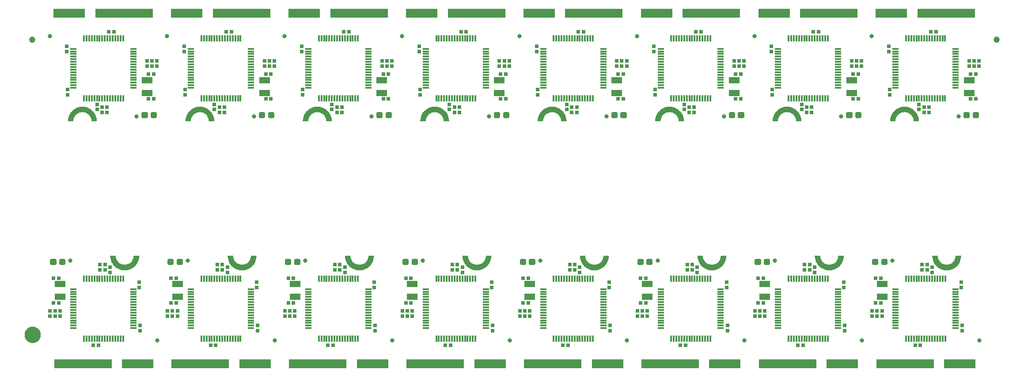
<source format=gts>
G04 EAGLE Gerber RS-274X export*
G75*
%MOMM*%
%FSLAX34Y34*%
%LPD*%
%INSoldermask Top*%
%IPPOS*%
%AMOC8*
5,1,8,0,0,1.08239X$1,22.5*%
G01*
%ADD10R,2.003200X1.203200*%
%ADD11R,0.803200X0.803200*%
%ADD12C,0.838200*%
%ADD13C,0.505344*%
%ADD14R,0.553200X1.653200*%
%ADD15C,0.555600*%
%ADD16R,1.203200X0.423200*%
%ADD17R,0.423200X1.203200*%
%ADD18C,1.203200*%
%ADD19C,1.270000*%
%ADD20C,1.703200*%

G36*
X52006Y478253D02*
X52006Y478253D01*
X52013Y478251D01*
X52073Y478272D01*
X52134Y478290D01*
X52138Y478295D01*
X52145Y478298D01*
X52184Y478348D01*
X52226Y478395D01*
X52227Y478402D01*
X52231Y478408D01*
X52248Y478480D01*
X52462Y481198D01*
X53094Y483831D01*
X54130Y486331D01*
X55544Y488639D01*
X57302Y490698D01*
X59360Y492456D01*
X61668Y493870D01*
X64169Y494906D01*
X66801Y495538D01*
X69499Y495750D01*
X72198Y495538D01*
X74830Y494906D01*
X77331Y493870D01*
X79639Y492456D01*
X81697Y490698D01*
X83455Y488639D01*
X84869Y486331D01*
X85905Y483831D01*
X86537Y481198D01*
X86751Y478480D01*
X86754Y478474D01*
X86752Y478467D01*
X86778Y478409D01*
X86801Y478350D01*
X86806Y478345D01*
X86809Y478339D01*
X86862Y478304D01*
X86913Y478266D01*
X86920Y478266D01*
X86926Y478262D01*
X86999Y478251D01*
X96999Y478251D01*
X97024Y478258D01*
X97050Y478256D01*
X97090Y478277D01*
X97134Y478290D01*
X97151Y478310D01*
X97174Y478322D01*
X97196Y478361D01*
X97226Y478395D01*
X97229Y478421D01*
X97242Y478444D01*
X97248Y478518D01*
X96968Y482431D01*
X96965Y482441D01*
X96963Y482467D01*
X96129Y486301D01*
X96124Y486309D01*
X96119Y486335D01*
X94748Y490011D01*
X94742Y490019D01*
X94733Y490043D01*
X92853Y493487D01*
X92846Y493494D01*
X92833Y493517D01*
X90482Y496658D01*
X90474Y496664D01*
X90459Y496685D01*
X87684Y499459D01*
X87676Y499464D01*
X87657Y499483D01*
X84516Y501834D01*
X84507Y501837D01*
X84486Y501853D01*
X81043Y503734D01*
X81033Y503736D01*
X81010Y503748D01*
X77334Y505120D01*
X77325Y505120D01*
X77300Y505130D01*
X73466Y505964D01*
X73456Y505963D01*
X73431Y505969D01*
X69517Y506249D01*
X69508Y506247D01*
X69482Y506249D01*
X65568Y505969D01*
X65559Y505965D01*
X65533Y505964D01*
X61699Y505130D01*
X61690Y505125D01*
X61665Y505120D01*
X57988Y503748D01*
X57981Y503743D01*
X57956Y503734D01*
X54512Y501853D01*
X54506Y501846D01*
X54482Y501834D01*
X51341Y499483D01*
X51336Y499475D01*
X51315Y499459D01*
X48540Y496685D01*
X48535Y496676D01*
X48517Y496658D01*
X46165Y493517D01*
X46162Y493508D01*
X46146Y493487D01*
X44266Y490043D01*
X44264Y490034D01*
X44251Y490011D01*
X42880Y486335D01*
X42879Y486325D01*
X42870Y486301D01*
X42036Y482467D01*
X42036Y482457D01*
X42031Y482431D01*
X41751Y478518D01*
X41756Y478492D01*
X41752Y478467D01*
X41771Y478425D01*
X41780Y478381D01*
X41799Y478363D01*
X41809Y478339D01*
X41847Y478314D01*
X41879Y478282D01*
X41904Y478276D01*
X41926Y478262D01*
X41999Y478251D01*
X51999Y478251D01*
X52006Y478253D01*
G37*
G36*
X952335Y478253D02*
X952335Y478253D01*
X952342Y478251D01*
X952401Y478272D01*
X952462Y478290D01*
X952467Y478295D01*
X952474Y478298D01*
X952512Y478348D01*
X952554Y478395D01*
X952555Y478402D01*
X952559Y478408D01*
X952576Y478480D01*
X952790Y481198D01*
X953422Y483831D01*
X954458Y486331D01*
X955872Y488639D01*
X957630Y490698D01*
X959689Y492456D01*
X961996Y493870D01*
X964497Y494906D01*
X967129Y495538D01*
X969828Y495750D01*
X972526Y495538D01*
X975158Y494906D01*
X977659Y493870D01*
X979967Y492456D01*
X982025Y490698D01*
X983783Y488639D01*
X985198Y486331D01*
X986234Y483831D01*
X986865Y481198D01*
X987079Y478480D01*
X987082Y478474D01*
X987081Y478467D01*
X987107Y478409D01*
X987129Y478350D01*
X987135Y478345D01*
X987138Y478339D01*
X987190Y478304D01*
X987241Y478266D01*
X987248Y478266D01*
X987254Y478262D01*
X987328Y478251D01*
X997328Y478251D01*
X997353Y478258D01*
X997379Y478256D01*
X997419Y478277D01*
X997462Y478290D01*
X997479Y478310D01*
X997502Y478322D01*
X997524Y478361D01*
X997554Y478395D01*
X997558Y478421D01*
X997571Y478444D01*
X997576Y478518D01*
X997297Y482431D01*
X997293Y482441D01*
X997291Y482467D01*
X996457Y486301D01*
X996453Y486309D01*
X996447Y486335D01*
X995076Y490011D01*
X995070Y490019D01*
X995061Y490043D01*
X993181Y493487D01*
X993174Y493494D01*
X993162Y493517D01*
X990810Y496658D01*
X990803Y496664D01*
X990787Y496685D01*
X988013Y499459D01*
X988004Y499464D01*
X987986Y499483D01*
X984845Y501834D01*
X984836Y501837D01*
X984815Y501853D01*
X981371Y503734D01*
X981362Y503736D01*
X981339Y503748D01*
X977663Y505120D01*
X977653Y505120D01*
X977628Y505130D01*
X973794Y505964D01*
X973785Y505963D01*
X973759Y505969D01*
X969846Y506249D01*
X969836Y506247D01*
X969810Y506249D01*
X965896Y505969D01*
X965887Y505965D01*
X965861Y505964D01*
X962027Y505130D01*
X962019Y505125D01*
X961993Y505120D01*
X958317Y503748D01*
X958309Y503743D01*
X958284Y503734D01*
X954841Y501853D01*
X954834Y501846D01*
X954811Y501834D01*
X951670Y499483D01*
X951664Y499475D01*
X951643Y499459D01*
X948868Y496685D01*
X948864Y496676D01*
X948845Y496658D01*
X946494Y493517D01*
X946490Y493508D01*
X946475Y493487D01*
X944594Y490043D01*
X944592Y490034D01*
X944579Y490011D01*
X943208Y486335D01*
X943208Y486325D01*
X943198Y486301D01*
X942364Y482467D01*
X942365Y482457D01*
X942359Y482431D01*
X942079Y478518D01*
X942085Y478492D01*
X942081Y478467D01*
X942099Y478425D01*
X942109Y478381D01*
X942127Y478363D01*
X942138Y478339D01*
X942175Y478314D01*
X942207Y478282D01*
X942233Y478276D01*
X942254Y478262D01*
X942328Y478251D01*
X952328Y478251D01*
X952335Y478253D01*
G37*
G36*
X1402499Y478253D02*
X1402499Y478253D01*
X1402506Y478251D01*
X1402565Y478272D01*
X1402626Y478290D01*
X1402631Y478295D01*
X1402638Y478298D01*
X1402677Y478348D01*
X1402718Y478395D01*
X1402719Y478402D01*
X1402724Y478408D01*
X1402740Y478480D01*
X1402954Y481198D01*
X1403586Y483831D01*
X1404622Y486331D01*
X1406036Y488639D01*
X1407794Y490698D01*
X1409853Y492456D01*
X1412161Y493870D01*
X1414661Y494906D01*
X1417294Y495538D01*
X1419992Y495750D01*
X1422690Y495538D01*
X1425323Y494906D01*
X1427823Y493870D01*
X1430131Y492456D01*
X1432190Y490698D01*
X1433948Y488639D01*
X1435362Y486331D01*
X1436398Y483831D01*
X1437030Y481198D01*
X1437244Y478480D01*
X1437246Y478474D01*
X1437245Y478467D01*
X1437271Y478409D01*
X1437293Y478350D01*
X1437299Y478345D01*
X1437302Y478339D01*
X1437355Y478304D01*
X1437405Y478266D01*
X1437413Y478266D01*
X1437419Y478262D01*
X1437492Y478251D01*
X1447492Y478251D01*
X1447517Y478258D01*
X1447543Y478256D01*
X1447583Y478277D01*
X1447626Y478290D01*
X1447643Y478310D01*
X1447666Y478322D01*
X1447688Y478361D01*
X1447718Y478395D01*
X1447722Y478421D01*
X1447735Y478444D01*
X1447741Y478518D01*
X1447461Y482431D01*
X1447457Y482441D01*
X1447456Y482467D01*
X1446622Y486301D01*
X1446617Y486309D01*
X1446612Y486335D01*
X1445240Y490011D01*
X1445235Y490019D01*
X1445226Y490043D01*
X1443345Y493487D01*
X1443338Y493494D01*
X1443326Y493517D01*
X1440975Y496658D01*
X1440967Y496664D01*
X1440951Y496685D01*
X1438177Y499459D01*
X1438168Y499464D01*
X1438150Y499483D01*
X1435009Y501834D01*
X1435000Y501837D01*
X1434979Y501853D01*
X1431535Y503734D01*
X1431526Y503736D01*
X1431503Y503748D01*
X1427827Y505120D01*
X1427817Y505120D01*
X1427793Y505130D01*
X1423959Y505964D01*
X1423949Y505963D01*
X1423923Y505969D01*
X1420010Y506249D01*
X1420000Y506247D01*
X1419974Y506249D01*
X1416061Y505969D01*
X1416051Y505965D01*
X1416025Y505964D01*
X1412191Y505130D01*
X1412183Y505125D01*
X1412157Y505120D01*
X1408481Y503748D01*
X1408473Y503743D01*
X1408449Y503734D01*
X1405005Y501853D01*
X1404998Y501846D01*
X1404975Y501834D01*
X1401834Y499483D01*
X1401828Y499475D01*
X1401807Y499459D01*
X1399033Y496685D01*
X1399028Y496676D01*
X1399009Y496658D01*
X1396658Y493517D01*
X1396655Y493508D01*
X1396639Y493487D01*
X1394758Y490043D01*
X1394756Y490034D01*
X1394744Y490011D01*
X1393372Y486335D01*
X1393372Y486325D01*
X1393362Y486301D01*
X1392528Y482467D01*
X1392529Y482457D01*
X1392523Y482431D01*
X1392243Y478518D01*
X1392249Y478492D01*
X1392245Y478467D01*
X1392263Y478425D01*
X1392273Y478381D01*
X1392291Y478363D01*
X1392302Y478339D01*
X1392340Y478314D01*
X1392371Y478282D01*
X1392397Y478276D01*
X1392419Y478262D01*
X1392492Y478251D01*
X1402492Y478251D01*
X1402499Y478253D01*
G37*
G36*
X502171Y478253D02*
X502171Y478253D01*
X502178Y478251D01*
X502237Y478272D01*
X502298Y478290D01*
X502303Y478295D01*
X502309Y478298D01*
X502348Y478348D01*
X502390Y478395D01*
X502391Y478402D01*
X502395Y478408D01*
X502412Y478480D01*
X502626Y481198D01*
X503258Y483831D01*
X504294Y486331D01*
X505708Y488639D01*
X507466Y490698D01*
X509524Y492456D01*
X511832Y493870D01*
X514333Y494906D01*
X516965Y495538D01*
X519664Y495750D01*
X522362Y495538D01*
X524994Y494906D01*
X527495Y493870D01*
X529803Y492456D01*
X531861Y490698D01*
X533619Y488639D01*
X535033Y486331D01*
X536069Y483831D01*
X536701Y481198D01*
X536915Y478480D01*
X536918Y478474D01*
X536917Y478467D01*
X536942Y478409D01*
X536965Y478350D01*
X536971Y478345D01*
X536973Y478339D01*
X537026Y478304D01*
X537077Y478266D01*
X537084Y478266D01*
X537090Y478262D01*
X537164Y478251D01*
X547164Y478251D01*
X547189Y478258D01*
X547215Y478256D01*
X547254Y478277D01*
X547298Y478290D01*
X547315Y478310D01*
X547338Y478322D01*
X547360Y478361D01*
X547390Y478395D01*
X547394Y478421D01*
X547406Y478444D01*
X547412Y478518D01*
X547132Y482431D01*
X547129Y482441D01*
X547127Y482467D01*
X546293Y486301D01*
X546289Y486309D01*
X546283Y486335D01*
X544912Y490011D01*
X544906Y490019D01*
X544897Y490043D01*
X543017Y493487D01*
X543010Y493494D01*
X542998Y493517D01*
X540646Y496658D01*
X540639Y496664D01*
X540623Y496685D01*
X537849Y499459D01*
X537840Y499464D01*
X537822Y499483D01*
X534681Y501834D01*
X534672Y501837D01*
X534651Y501853D01*
X531207Y503734D01*
X531198Y503736D01*
X531175Y503748D01*
X527498Y505120D01*
X527489Y505120D01*
X527464Y505130D01*
X523630Y505964D01*
X523621Y505963D01*
X523595Y505969D01*
X519681Y506249D01*
X519672Y506247D01*
X519646Y506249D01*
X515732Y505969D01*
X515723Y505965D01*
X515697Y505964D01*
X511863Y505130D01*
X511854Y505125D01*
X511829Y505120D01*
X508153Y503748D01*
X508145Y503743D01*
X508120Y503734D01*
X504677Y501853D01*
X504670Y501846D01*
X504647Y501834D01*
X501506Y499483D01*
X501500Y499475D01*
X501479Y499459D01*
X498704Y496685D01*
X498700Y496676D01*
X498681Y496658D01*
X496330Y493517D01*
X496326Y493508D01*
X496310Y493487D01*
X494430Y490043D01*
X494428Y490034D01*
X494415Y490011D01*
X493044Y486335D01*
X493043Y486325D01*
X493034Y486301D01*
X492200Y482467D01*
X492201Y482457D01*
X492195Y482431D01*
X491915Y478518D01*
X491920Y478492D01*
X491917Y478467D01*
X491935Y478425D01*
X491945Y478381D01*
X491963Y478363D01*
X491973Y478339D01*
X492011Y478314D01*
X492043Y478282D01*
X492068Y478276D01*
X492090Y478262D01*
X492164Y478251D01*
X502164Y478251D01*
X502171Y478253D01*
G37*
G36*
X277101Y478253D02*
X277101Y478253D01*
X277108Y478251D01*
X277167Y478272D01*
X277228Y478290D01*
X277233Y478295D01*
X277240Y478298D01*
X277279Y478348D01*
X277320Y478395D01*
X277321Y478402D01*
X277326Y478408D01*
X277343Y478480D01*
X277557Y481198D01*
X278189Y483831D01*
X279224Y486331D01*
X280639Y488639D01*
X282397Y490698D01*
X284455Y492456D01*
X286763Y493870D01*
X289264Y494906D01*
X291896Y495538D01*
X294594Y495750D01*
X297293Y495538D01*
X299925Y494906D01*
X302426Y493870D01*
X304734Y492456D01*
X306792Y490698D01*
X308550Y488639D01*
X309964Y486331D01*
X311000Y483831D01*
X311632Y481198D01*
X311846Y478480D01*
X311848Y478474D01*
X311847Y478467D01*
X311873Y478409D01*
X311895Y478350D01*
X311901Y478345D01*
X311904Y478339D01*
X311957Y478304D01*
X312007Y478266D01*
X312015Y478266D01*
X312021Y478262D01*
X312094Y478251D01*
X322094Y478251D01*
X322119Y478258D01*
X322145Y478256D01*
X322185Y478277D01*
X322228Y478290D01*
X322246Y478310D01*
X322268Y478322D01*
X322291Y478361D01*
X322320Y478395D01*
X322324Y478421D01*
X322337Y478444D01*
X322343Y478518D01*
X322063Y482431D01*
X322060Y482441D01*
X322058Y482467D01*
X321224Y486301D01*
X321219Y486309D01*
X321214Y486335D01*
X319843Y490011D01*
X319837Y490019D01*
X319828Y490043D01*
X317947Y493487D01*
X317941Y493494D01*
X317928Y493517D01*
X315577Y496658D01*
X315569Y496664D01*
X315554Y496685D01*
X312779Y499459D01*
X312771Y499464D01*
X312752Y499483D01*
X309611Y501834D01*
X309602Y501837D01*
X309581Y501853D01*
X306138Y503734D01*
X306128Y503736D01*
X306105Y503748D01*
X302429Y505120D01*
X302419Y505120D01*
X302395Y505130D01*
X298561Y505964D01*
X298551Y505963D01*
X298526Y505969D01*
X294612Y506249D01*
X294603Y506247D01*
X294576Y506249D01*
X290663Y505969D01*
X290654Y505965D01*
X290628Y505964D01*
X286794Y505130D01*
X286785Y505125D01*
X286759Y505120D01*
X283083Y503748D01*
X283075Y503743D01*
X283051Y503734D01*
X279607Y501853D01*
X279600Y501846D01*
X279577Y501834D01*
X276436Y499483D01*
X276430Y499475D01*
X276409Y499459D01*
X273635Y496685D01*
X273630Y496676D01*
X273612Y496658D01*
X271260Y493517D01*
X271257Y493508D01*
X271241Y493487D01*
X269361Y490043D01*
X269359Y490034D01*
X269346Y490011D01*
X267975Y486335D01*
X267974Y486325D01*
X267965Y486301D01*
X267131Y482467D01*
X267131Y482457D01*
X267125Y482431D01*
X266846Y478518D01*
X266851Y478492D01*
X266847Y478467D01*
X266866Y478425D01*
X266875Y478381D01*
X266893Y478363D01*
X266904Y478339D01*
X266942Y478314D01*
X266974Y478282D01*
X266999Y478276D01*
X267021Y478262D01*
X267094Y478251D01*
X277094Y478251D01*
X277101Y478253D01*
G37*
G36*
X1177430Y478253D02*
X1177430Y478253D01*
X1177437Y478251D01*
X1177496Y478272D01*
X1177557Y478290D01*
X1177562Y478295D01*
X1177568Y478298D01*
X1177607Y478348D01*
X1177649Y478395D01*
X1177650Y478402D01*
X1177654Y478408D01*
X1177671Y478480D01*
X1177885Y481198D01*
X1178517Y483831D01*
X1179553Y486331D01*
X1180967Y488639D01*
X1182725Y490698D01*
X1184783Y492456D01*
X1187091Y493870D01*
X1189592Y494906D01*
X1192224Y495538D01*
X1194923Y495750D01*
X1197621Y495538D01*
X1200253Y494906D01*
X1202754Y493870D01*
X1205062Y492456D01*
X1207120Y490698D01*
X1208878Y488639D01*
X1210292Y486331D01*
X1211328Y483831D01*
X1211960Y481198D01*
X1212174Y478480D01*
X1212177Y478474D01*
X1212176Y478467D01*
X1212201Y478409D01*
X1212224Y478350D01*
X1212230Y478345D01*
X1212232Y478339D01*
X1212285Y478304D01*
X1212336Y478266D01*
X1212343Y478266D01*
X1212349Y478262D01*
X1212423Y478251D01*
X1222423Y478251D01*
X1222448Y478258D01*
X1222474Y478256D01*
X1222513Y478277D01*
X1222557Y478290D01*
X1222574Y478310D01*
X1222597Y478322D01*
X1222619Y478361D01*
X1222649Y478395D01*
X1222653Y478421D01*
X1222665Y478444D01*
X1222671Y478518D01*
X1222391Y482431D01*
X1222388Y482441D01*
X1222386Y482467D01*
X1221552Y486301D01*
X1221548Y486309D01*
X1221542Y486335D01*
X1220171Y490011D01*
X1220165Y490019D01*
X1220156Y490043D01*
X1218276Y493487D01*
X1218269Y493494D01*
X1218257Y493517D01*
X1215905Y496658D01*
X1215898Y496664D01*
X1215882Y496685D01*
X1213108Y499459D01*
X1213099Y499464D01*
X1213081Y499483D01*
X1209940Y501834D01*
X1209931Y501837D01*
X1209910Y501853D01*
X1206466Y503734D01*
X1206457Y503736D01*
X1206434Y503748D01*
X1202757Y505120D01*
X1202748Y505120D01*
X1202723Y505130D01*
X1198889Y505964D01*
X1198880Y505963D01*
X1198854Y505969D01*
X1194940Y506249D01*
X1194931Y506247D01*
X1194905Y506249D01*
X1190991Y505969D01*
X1190982Y505965D01*
X1190956Y505964D01*
X1187122Y505130D01*
X1187113Y505125D01*
X1187088Y505120D01*
X1183412Y503748D01*
X1183404Y503743D01*
X1183379Y503734D01*
X1179936Y501853D01*
X1179929Y501846D01*
X1179906Y501834D01*
X1176765Y499483D01*
X1176759Y499475D01*
X1176738Y499459D01*
X1173963Y496685D01*
X1173959Y496676D01*
X1173940Y496658D01*
X1171589Y493517D01*
X1171585Y493508D01*
X1171569Y493487D01*
X1169689Y490043D01*
X1169687Y490034D01*
X1169674Y490011D01*
X1168303Y486335D01*
X1168302Y486325D01*
X1168293Y486301D01*
X1167459Y482467D01*
X1167460Y482457D01*
X1167454Y482431D01*
X1167174Y478518D01*
X1167179Y478492D01*
X1167176Y478467D01*
X1167194Y478425D01*
X1167204Y478381D01*
X1167222Y478363D01*
X1167232Y478339D01*
X1167270Y478314D01*
X1167302Y478282D01*
X1167327Y478276D01*
X1167349Y478262D01*
X1167423Y478251D01*
X1177423Y478251D01*
X1177430Y478253D01*
G37*
G36*
X727265Y478253D02*
X727265Y478253D01*
X727272Y478251D01*
X727332Y478272D01*
X727393Y478290D01*
X727397Y478295D01*
X727404Y478298D01*
X727443Y478348D01*
X727485Y478395D01*
X727486Y478402D01*
X727490Y478408D01*
X727507Y478480D01*
X727721Y481198D01*
X728353Y483831D01*
X729389Y486331D01*
X730803Y488639D01*
X732561Y490698D01*
X734619Y492456D01*
X736927Y493870D01*
X739428Y494906D01*
X742060Y495538D01*
X744758Y495750D01*
X747457Y495538D01*
X750089Y494906D01*
X752590Y493870D01*
X754898Y492456D01*
X756956Y490698D01*
X758714Y488639D01*
X760128Y486331D01*
X761164Y483831D01*
X761796Y481198D01*
X762010Y478480D01*
X762013Y478474D01*
X762011Y478467D01*
X762037Y478409D01*
X762060Y478350D01*
X762065Y478345D01*
X762068Y478339D01*
X762121Y478304D01*
X762172Y478266D01*
X762179Y478266D01*
X762185Y478262D01*
X762258Y478251D01*
X772258Y478251D01*
X772283Y478258D01*
X772309Y478256D01*
X772349Y478277D01*
X772393Y478290D01*
X772410Y478310D01*
X772433Y478322D01*
X772455Y478361D01*
X772485Y478395D01*
X772488Y478421D01*
X772501Y478444D01*
X772507Y478518D01*
X772227Y482431D01*
X772224Y482441D01*
X772222Y482467D01*
X771388Y486301D01*
X771383Y486309D01*
X771378Y486335D01*
X770007Y490011D01*
X770001Y490019D01*
X769992Y490043D01*
X768112Y493487D01*
X768105Y493494D01*
X768092Y493517D01*
X765741Y496658D01*
X765733Y496664D01*
X765718Y496685D01*
X762943Y499459D01*
X762935Y499464D01*
X762916Y499483D01*
X759775Y501834D01*
X759766Y501837D01*
X759745Y501853D01*
X756302Y503734D01*
X756292Y503736D01*
X756269Y503748D01*
X752593Y505120D01*
X752584Y505120D01*
X752559Y505130D01*
X748725Y505964D01*
X748715Y505963D01*
X748690Y505969D01*
X744776Y506249D01*
X744767Y506247D01*
X744741Y506249D01*
X740827Y505969D01*
X740818Y505965D01*
X740792Y505964D01*
X736958Y505130D01*
X736949Y505125D01*
X736924Y505120D01*
X733247Y503748D01*
X733240Y503743D01*
X733215Y503734D01*
X729771Y501853D01*
X729765Y501846D01*
X729741Y501834D01*
X726600Y499483D01*
X726595Y499475D01*
X726574Y499459D01*
X723799Y496685D01*
X723794Y496676D01*
X723776Y496658D01*
X721424Y493517D01*
X721421Y493508D01*
X721405Y493487D01*
X719525Y490043D01*
X719523Y490034D01*
X719510Y490011D01*
X718139Y486335D01*
X718138Y486325D01*
X718129Y486301D01*
X717295Y482467D01*
X717295Y482457D01*
X717290Y482431D01*
X717010Y478518D01*
X717015Y478492D01*
X717011Y478467D01*
X717030Y478425D01*
X717039Y478381D01*
X717058Y478363D01*
X717068Y478339D01*
X717106Y478314D01*
X717138Y478282D01*
X717163Y478276D01*
X717185Y478262D01*
X717258Y478251D01*
X727258Y478251D01*
X727265Y478253D01*
G37*
G36*
X1627568Y478253D02*
X1627568Y478253D01*
X1627575Y478251D01*
X1627635Y478272D01*
X1627696Y478290D01*
X1627700Y478295D01*
X1627707Y478298D01*
X1627746Y478348D01*
X1627788Y478395D01*
X1627789Y478402D01*
X1627793Y478408D01*
X1627810Y478480D01*
X1628024Y481198D01*
X1628656Y483831D01*
X1629692Y486331D01*
X1631106Y488639D01*
X1632864Y490698D01*
X1634922Y492456D01*
X1637230Y493870D01*
X1639731Y494906D01*
X1642363Y495538D01*
X1645061Y495750D01*
X1647760Y495538D01*
X1650392Y494906D01*
X1652893Y493870D01*
X1655201Y492456D01*
X1657259Y490698D01*
X1659017Y488639D01*
X1660431Y486331D01*
X1661467Y483831D01*
X1662099Y481198D01*
X1662313Y478480D01*
X1662316Y478474D01*
X1662314Y478467D01*
X1662340Y478409D01*
X1662363Y478350D01*
X1662368Y478345D01*
X1662371Y478339D01*
X1662424Y478304D01*
X1662475Y478266D01*
X1662482Y478266D01*
X1662488Y478262D01*
X1662561Y478251D01*
X1672561Y478251D01*
X1672586Y478258D01*
X1672612Y478256D01*
X1672652Y478277D01*
X1672696Y478290D01*
X1672713Y478310D01*
X1672736Y478322D01*
X1672758Y478361D01*
X1672788Y478395D01*
X1672791Y478421D01*
X1672804Y478444D01*
X1672810Y478518D01*
X1672530Y482431D01*
X1672527Y482441D01*
X1672525Y482467D01*
X1671691Y486301D01*
X1671686Y486309D01*
X1671681Y486335D01*
X1670310Y490011D01*
X1670304Y490019D01*
X1670295Y490043D01*
X1668415Y493487D01*
X1668408Y493494D01*
X1668395Y493517D01*
X1666044Y496658D01*
X1666036Y496664D01*
X1666021Y496685D01*
X1663246Y499459D01*
X1663238Y499464D01*
X1663219Y499483D01*
X1660078Y501834D01*
X1660069Y501837D01*
X1660048Y501853D01*
X1656605Y503734D01*
X1656595Y503736D01*
X1656572Y503748D01*
X1652896Y505120D01*
X1652887Y505120D01*
X1652862Y505130D01*
X1649028Y505964D01*
X1649018Y505963D01*
X1648993Y505969D01*
X1645079Y506249D01*
X1645070Y506247D01*
X1645044Y506249D01*
X1641130Y505969D01*
X1641121Y505965D01*
X1641095Y505964D01*
X1637261Y505130D01*
X1637252Y505125D01*
X1637227Y505120D01*
X1633550Y503748D01*
X1633543Y503743D01*
X1633518Y503734D01*
X1630074Y501853D01*
X1630068Y501846D01*
X1630044Y501834D01*
X1626903Y499483D01*
X1626898Y499475D01*
X1626877Y499459D01*
X1624102Y496685D01*
X1624097Y496676D01*
X1624079Y496658D01*
X1621727Y493517D01*
X1621724Y493508D01*
X1621708Y493487D01*
X1619828Y490043D01*
X1619826Y490034D01*
X1619813Y490011D01*
X1618442Y486335D01*
X1618441Y486325D01*
X1618432Y486301D01*
X1617598Y482467D01*
X1617598Y482457D01*
X1617593Y482431D01*
X1617313Y478518D01*
X1617318Y478492D01*
X1617314Y478467D01*
X1617333Y478425D01*
X1617342Y478381D01*
X1617361Y478363D01*
X1617371Y478339D01*
X1617409Y478314D01*
X1617441Y478282D01*
X1617466Y478276D01*
X1617488Y478262D01*
X1617561Y478251D01*
X1627561Y478251D01*
X1627568Y478253D01*
G37*
G36*
X1729983Y192531D02*
X1729983Y192531D01*
X1729993Y192535D01*
X1730019Y192536D01*
X1733853Y193370D01*
X1733861Y193375D01*
X1733887Y193380D01*
X1737563Y194752D01*
X1737571Y194757D01*
X1737595Y194766D01*
X1741039Y196647D01*
X1741046Y196654D01*
X1741069Y196666D01*
X1744210Y199017D01*
X1744216Y199025D01*
X1744237Y199041D01*
X1747011Y201815D01*
X1747016Y201824D01*
X1747035Y201842D01*
X1749386Y204983D01*
X1749389Y204992D01*
X1749405Y205013D01*
X1751286Y208457D01*
X1751288Y208466D01*
X1751300Y208489D01*
X1752672Y212165D01*
X1752672Y212175D01*
X1752682Y212199D01*
X1753516Y216033D01*
X1753515Y216043D01*
X1753521Y216069D01*
X1753801Y219982D01*
X1753795Y220008D01*
X1753799Y220033D01*
X1753781Y220075D01*
X1753771Y220119D01*
X1753753Y220137D01*
X1753742Y220161D01*
X1753704Y220186D01*
X1753673Y220218D01*
X1753647Y220224D01*
X1753626Y220238D01*
X1753552Y220249D01*
X1743552Y220249D01*
X1743545Y220247D01*
X1743538Y220249D01*
X1743479Y220228D01*
X1743418Y220210D01*
X1743413Y220205D01*
X1743406Y220202D01*
X1743368Y220152D01*
X1743326Y220105D01*
X1743325Y220098D01*
X1743320Y220092D01*
X1743304Y220020D01*
X1743090Y217302D01*
X1742458Y214669D01*
X1741422Y212169D01*
X1740008Y209861D01*
X1738250Y207802D01*
X1736191Y206044D01*
X1733883Y204630D01*
X1731383Y203594D01*
X1728750Y202962D01*
X1726052Y202750D01*
X1723354Y202962D01*
X1720721Y203594D01*
X1718221Y204630D01*
X1715913Y206044D01*
X1713854Y207802D01*
X1712096Y209861D01*
X1710682Y212169D01*
X1709646Y214669D01*
X1709014Y217302D01*
X1708800Y220020D01*
X1708798Y220026D01*
X1708799Y220033D01*
X1708773Y220091D01*
X1708751Y220150D01*
X1708745Y220155D01*
X1708742Y220161D01*
X1708689Y220196D01*
X1708639Y220234D01*
X1708632Y220234D01*
X1708626Y220238D01*
X1708552Y220249D01*
X1698552Y220249D01*
X1698527Y220242D01*
X1698501Y220244D01*
X1698461Y220223D01*
X1698418Y220210D01*
X1698401Y220190D01*
X1698378Y220178D01*
X1698356Y220139D01*
X1698326Y220105D01*
X1698322Y220079D01*
X1698309Y220056D01*
X1698303Y219982D01*
X1698583Y216069D01*
X1698587Y216059D01*
X1698588Y216033D01*
X1699422Y212199D01*
X1699427Y212191D01*
X1699432Y212165D01*
X1700804Y208489D01*
X1700809Y208481D01*
X1700818Y208457D01*
X1702699Y205013D01*
X1702706Y205006D01*
X1702718Y204983D01*
X1705069Y201842D01*
X1705077Y201836D01*
X1705093Y201815D01*
X1707867Y199041D01*
X1707876Y199036D01*
X1707894Y199017D01*
X1711035Y196666D01*
X1711044Y196663D01*
X1711065Y196647D01*
X1714509Y194766D01*
X1714518Y194764D01*
X1714541Y194752D01*
X1718217Y193380D01*
X1718227Y193380D01*
X1718251Y193370D01*
X1722085Y192536D01*
X1722095Y192537D01*
X1722121Y192531D01*
X1726034Y192251D01*
X1726044Y192253D01*
X1726070Y192251D01*
X1729983Y192531D01*
G37*
G36*
X1054750Y192531D02*
X1054750Y192531D01*
X1054759Y192535D01*
X1054785Y192536D01*
X1058619Y193370D01*
X1058628Y193375D01*
X1058653Y193380D01*
X1062329Y194752D01*
X1062337Y194757D01*
X1062362Y194766D01*
X1065805Y196647D01*
X1065812Y196654D01*
X1065835Y196666D01*
X1068976Y199017D01*
X1068982Y199025D01*
X1069003Y199041D01*
X1071778Y201815D01*
X1071782Y201824D01*
X1071801Y201842D01*
X1074152Y204983D01*
X1074156Y204992D01*
X1074172Y205013D01*
X1076052Y208457D01*
X1076054Y208466D01*
X1076067Y208489D01*
X1077438Y212165D01*
X1077439Y212175D01*
X1077448Y212199D01*
X1078282Y216033D01*
X1078281Y216043D01*
X1078287Y216069D01*
X1078567Y219982D01*
X1078562Y220008D01*
X1078565Y220033D01*
X1078547Y220075D01*
X1078538Y220119D01*
X1078519Y220137D01*
X1078509Y220161D01*
X1078471Y220186D01*
X1078439Y220218D01*
X1078414Y220224D01*
X1078392Y220238D01*
X1078318Y220249D01*
X1068318Y220249D01*
X1068311Y220247D01*
X1068304Y220249D01*
X1068245Y220228D01*
X1068184Y220210D01*
X1068179Y220205D01*
X1068173Y220202D01*
X1068134Y220152D01*
X1068092Y220105D01*
X1068091Y220098D01*
X1068087Y220092D01*
X1068070Y220020D01*
X1067856Y217302D01*
X1067224Y214669D01*
X1066188Y212169D01*
X1064774Y209861D01*
X1063016Y207802D01*
X1060958Y206044D01*
X1058650Y204630D01*
X1056149Y203594D01*
X1053517Y202962D01*
X1050818Y202750D01*
X1048120Y202962D01*
X1045488Y203594D01*
X1042987Y204630D01*
X1040679Y206044D01*
X1038621Y207802D01*
X1036863Y209861D01*
X1035449Y212169D01*
X1034413Y214669D01*
X1033781Y217302D01*
X1033567Y220020D01*
X1033564Y220026D01*
X1033565Y220033D01*
X1033540Y220091D01*
X1033517Y220150D01*
X1033512Y220155D01*
X1033509Y220161D01*
X1033456Y220196D01*
X1033405Y220234D01*
X1033398Y220234D01*
X1033392Y220238D01*
X1033318Y220249D01*
X1023318Y220249D01*
X1023293Y220242D01*
X1023267Y220244D01*
X1023228Y220223D01*
X1023184Y220210D01*
X1023167Y220190D01*
X1023144Y220178D01*
X1023122Y220139D01*
X1023092Y220105D01*
X1023088Y220079D01*
X1023076Y220056D01*
X1023070Y219982D01*
X1023350Y216069D01*
X1023353Y216059D01*
X1023355Y216033D01*
X1024189Y212199D01*
X1024193Y212191D01*
X1024199Y212165D01*
X1025570Y208489D01*
X1025576Y208481D01*
X1025585Y208457D01*
X1027465Y205013D01*
X1027472Y205006D01*
X1027484Y204983D01*
X1029836Y201842D01*
X1029844Y201836D01*
X1029859Y201815D01*
X1032634Y199041D01*
X1032642Y199036D01*
X1032660Y199017D01*
X1035801Y196666D01*
X1035811Y196663D01*
X1035831Y196647D01*
X1039275Y194766D01*
X1039284Y194764D01*
X1039307Y194752D01*
X1042984Y193380D01*
X1042993Y193380D01*
X1043018Y193370D01*
X1046852Y192536D01*
X1046861Y192537D01*
X1046887Y192531D01*
X1050801Y192251D01*
X1050810Y192253D01*
X1050836Y192251D01*
X1054750Y192531D01*
G37*
G36*
X829655Y192531D02*
X829655Y192531D01*
X829664Y192535D01*
X829690Y192536D01*
X833524Y193370D01*
X833533Y193375D01*
X833558Y193380D01*
X837235Y194752D01*
X837242Y194757D01*
X837267Y194766D01*
X840711Y196647D01*
X840717Y196654D01*
X840741Y196666D01*
X843882Y199017D01*
X843887Y199025D01*
X843909Y199041D01*
X846683Y201815D01*
X846688Y201824D01*
X846706Y201842D01*
X849058Y204983D01*
X849061Y204992D01*
X849077Y205013D01*
X850957Y208457D01*
X850959Y208466D01*
X850972Y208489D01*
X852343Y212165D01*
X852344Y212175D01*
X852353Y212199D01*
X853187Y216033D01*
X853187Y216043D01*
X853192Y216069D01*
X853472Y219982D01*
X853467Y220008D01*
X853471Y220033D01*
X853452Y220075D01*
X853443Y220119D01*
X853424Y220137D01*
X853414Y220161D01*
X853376Y220186D01*
X853344Y220218D01*
X853319Y220224D01*
X853297Y220238D01*
X853224Y220249D01*
X843224Y220249D01*
X843217Y220247D01*
X843210Y220249D01*
X843150Y220228D01*
X843089Y220210D01*
X843085Y220205D01*
X843078Y220202D01*
X843039Y220152D01*
X842997Y220105D01*
X842996Y220098D01*
X842992Y220092D01*
X842975Y220020D01*
X842761Y217302D01*
X842129Y214669D01*
X841093Y212169D01*
X839679Y209861D01*
X837921Y207802D01*
X835863Y206044D01*
X833555Y204630D01*
X831054Y203594D01*
X828422Y202962D01*
X825724Y202750D01*
X823025Y202962D01*
X820393Y203594D01*
X817892Y204630D01*
X815584Y206044D01*
X813526Y207802D01*
X811768Y209861D01*
X810354Y212169D01*
X809318Y214669D01*
X808686Y217302D01*
X808472Y220020D01*
X808470Y220026D01*
X808471Y220033D01*
X808445Y220091D01*
X808422Y220150D01*
X808417Y220155D01*
X808414Y220161D01*
X808361Y220196D01*
X808310Y220234D01*
X808303Y220234D01*
X808297Y220238D01*
X808224Y220249D01*
X798224Y220249D01*
X798199Y220242D01*
X798173Y220244D01*
X798133Y220223D01*
X798089Y220210D01*
X798072Y220190D01*
X798049Y220178D01*
X798027Y220139D01*
X797997Y220105D01*
X797994Y220079D01*
X797981Y220056D01*
X797975Y219982D01*
X798255Y216069D01*
X798258Y216059D01*
X798260Y216033D01*
X799094Y212199D01*
X799099Y212191D01*
X799104Y212165D01*
X800475Y208489D01*
X800481Y208481D01*
X800490Y208457D01*
X802370Y205013D01*
X802377Y205006D01*
X802390Y204983D01*
X804741Y201842D01*
X804749Y201836D01*
X804764Y201815D01*
X807539Y199041D01*
X807547Y199036D01*
X807566Y199017D01*
X810707Y196666D01*
X810716Y196663D01*
X810737Y196647D01*
X814180Y194766D01*
X814190Y194764D01*
X814213Y194752D01*
X817889Y193380D01*
X817899Y193380D01*
X817923Y193370D01*
X821757Y192536D01*
X821767Y192537D01*
X821792Y192531D01*
X825706Y192251D01*
X825715Y192253D01*
X825741Y192251D01*
X829655Y192531D01*
G37*
G36*
X1279819Y192531D02*
X1279819Y192531D01*
X1279828Y192535D01*
X1279854Y192536D01*
X1283688Y193370D01*
X1283697Y193375D01*
X1283723Y193380D01*
X1287399Y194752D01*
X1287407Y194757D01*
X1287431Y194766D01*
X1290875Y196647D01*
X1290882Y196654D01*
X1290905Y196666D01*
X1294046Y199017D01*
X1294052Y199025D01*
X1294073Y199041D01*
X1296847Y201815D01*
X1296852Y201824D01*
X1296870Y201842D01*
X1299222Y204983D01*
X1299225Y204992D01*
X1299241Y205013D01*
X1301121Y208457D01*
X1301124Y208466D01*
X1301136Y208489D01*
X1302507Y212165D01*
X1302508Y212175D01*
X1302517Y212199D01*
X1303351Y216033D01*
X1303351Y216043D01*
X1303357Y216069D01*
X1303636Y219982D01*
X1303631Y220008D01*
X1303635Y220033D01*
X1303616Y220075D01*
X1303607Y220119D01*
X1303589Y220137D01*
X1303578Y220161D01*
X1303540Y220186D01*
X1303508Y220218D01*
X1303483Y220224D01*
X1303461Y220238D01*
X1303388Y220249D01*
X1293388Y220249D01*
X1293381Y220247D01*
X1293374Y220249D01*
X1293315Y220228D01*
X1293254Y220210D01*
X1293249Y220205D01*
X1293242Y220202D01*
X1293203Y220152D01*
X1293162Y220105D01*
X1293161Y220098D01*
X1293156Y220092D01*
X1293139Y220020D01*
X1292925Y217302D01*
X1292294Y214669D01*
X1291258Y212169D01*
X1289843Y209861D01*
X1288085Y207802D01*
X1286027Y206044D01*
X1283719Y204630D01*
X1281218Y203594D01*
X1278586Y202962D01*
X1275888Y202750D01*
X1273189Y202962D01*
X1270557Y203594D01*
X1268056Y204630D01*
X1265749Y206044D01*
X1263690Y207802D01*
X1261932Y209861D01*
X1260518Y212169D01*
X1259482Y214669D01*
X1258850Y217302D01*
X1258636Y220020D01*
X1258634Y220026D01*
X1258635Y220033D01*
X1258609Y220091D01*
X1258587Y220150D01*
X1258581Y220155D01*
X1258578Y220161D01*
X1258525Y220196D01*
X1258475Y220234D01*
X1258467Y220234D01*
X1258461Y220238D01*
X1258388Y220249D01*
X1248388Y220249D01*
X1248363Y220242D01*
X1248337Y220244D01*
X1248297Y220223D01*
X1248254Y220210D01*
X1248236Y220190D01*
X1248214Y220178D01*
X1248191Y220139D01*
X1248162Y220105D01*
X1248158Y220079D01*
X1248145Y220056D01*
X1248139Y219982D01*
X1248419Y216069D01*
X1248422Y216059D01*
X1248424Y216033D01*
X1249258Y212199D01*
X1249263Y212191D01*
X1249268Y212165D01*
X1250639Y208489D01*
X1250645Y208481D01*
X1250654Y208457D01*
X1252535Y205013D01*
X1252541Y205006D01*
X1252554Y204983D01*
X1254905Y201842D01*
X1254913Y201836D01*
X1254928Y201815D01*
X1257703Y199041D01*
X1257711Y199036D01*
X1257730Y199017D01*
X1260871Y196666D01*
X1260880Y196663D01*
X1260901Y196647D01*
X1264344Y194766D01*
X1264354Y194764D01*
X1264377Y194752D01*
X1268053Y193380D01*
X1268063Y193380D01*
X1268087Y193370D01*
X1271921Y192536D01*
X1271931Y192537D01*
X1271956Y192531D01*
X1275870Y192251D01*
X1275880Y192253D01*
X1275906Y192251D01*
X1279819Y192531D01*
G37*
G36*
X1504914Y192531D02*
X1504914Y192531D01*
X1504923Y192535D01*
X1504949Y192536D01*
X1508783Y193370D01*
X1508792Y193375D01*
X1508817Y193380D01*
X1512494Y194752D01*
X1512501Y194757D01*
X1512526Y194766D01*
X1515970Y196647D01*
X1515976Y196654D01*
X1516000Y196666D01*
X1519141Y199017D01*
X1519146Y199025D01*
X1519168Y199041D01*
X1521942Y201815D01*
X1521947Y201824D01*
X1521965Y201842D01*
X1524317Y204983D01*
X1524320Y204992D01*
X1524336Y205013D01*
X1526216Y208457D01*
X1526218Y208466D01*
X1526231Y208489D01*
X1527602Y212165D01*
X1527603Y212175D01*
X1527612Y212199D01*
X1528446Y216033D01*
X1528446Y216043D01*
X1528451Y216069D01*
X1528731Y219982D01*
X1528726Y220008D01*
X1528730Y220033D01*
X1528711Y220075D01*
X1528702Y220119D01*
X1528683Y220137D01*
X1528673Y220161D01*
X1528635Y220186D01*
X1528603Y220218D01*
X1528578Y220224D01*
X1528556Y220238D01*
X1528483Y220249D01*
X1518483Y220249D01*
X1518476Y220247D01*
X1518469Y220249D01*
X1518409Y220228D01*
X1518348Y220210D01*
X1518344Y220205D01*
X1518337Y220202D01*
X1518298Y220152D01*
X1518256Y220105D01*
X1518255Y220098D01*
X1518251Y220092D01*
X1518234Y220020D01*
X1518020Y217302D01*
X1517388Y214669D01*
X1516352Y212169D01*
X1514938Y209861D01*
X1513180Y207802D01*
X1511122Y206044D01*
X1508814Y204630D01*
X1506313Y203594D01*
X1503681Y202962D01*
X1500983Y202750D01*
X1498284Y202962D01*
X1495652Y203594D01*
X1493151Y204630D01*
X1490843Y206044D01*
X1488785Y207802D01*
X1487027Y209861D01*
X1485613Y212169D01*
X1484577Y214669D01*
X1483945Y217302D01*
X1483731Y220020D01*
X1483729Y220026D01*
X1483730Y220033D01*
X1483704Y220091D01*
X1483681Y220150D01*
X1483676Y220155D01*
X1483673Y220161D01*
X1483620Y220196D01*
X1483569Y220234D01*
X1483562Y220234D01*
X1483556Y220238D01*
X1483483Y220249D01*
X1473483Y220249D01*
X1473458Y220242D01*
X1473432Y220244D01*
X1473392Y220223D01*
X1473348Y220210D01*
X1473331Y220190D01*
X1473308Y220178D01*
X1473286Y220139D01*
X1473256Y220105D01*
X1473253Y220079D01*
X1473240Y220056D01*
X1473234Y219982D01*
X1473514Y216069D01*
X1473517Y216059D01*
X1473519Y216033D01*
X1474353Y212199D01*
X1474358Y212191D01*
X1474363Y212165D01*
X1475734Y208489D01*
X1475740Y208481D01*
X1475749Y208457D01*
X1477629Y205013D01*
X1477636Y205006D01*
X1477649Y204983D01*
X1480000Y201842D01*
X1480008Y201836D01*
X1480023Y201815D01*
X1482798Y199041D01*
X1482806Y199036D01*
X1482825Y199017D01*
X1485966Y196666D01*
X1485975Y196663D01*
X1485996Y196647D01*
X1489439Y194766D01*
X1489449Y194764D01*
X1489472Y194752D01*
X1493148Y193380D01*
X1493158Y193380D01*
X1493182Y193370D01*
X1497016Y192536D01*
X1497026Y192537D01*
X1497051Y192531D01*
X1500965Y192251D01*
X1500974Y192253D01*
X1501000Y192251D01*
X1504914Y192531D01*
G37*
G36*
X604586Y192531D02*
X604586Y192531D01*
X604595Y192535D01*
X604621Y192536D01*
X608455Y193370D01*
X608463Y193375D01*
X608489Y193380D01*
X612165Y194752D01*
X612173Y194757D01*
X612198Y194766D01*
X615641Y196647D01*
X615648Y196654D01*
X615671Y196666D01*
X618812Y199017D01*
X618818Y199025D01*
X618839Y199041D01*
X621614Y201815D01*
X621618Y201824D01*
X621637Y201842D01*
X623988Y204983D01*
X623992Y204992D01*
X624007Y205013D01*
X625888Y208457D01*
X625890Y208466D01*
X625903Y208489D01*
X627274Y212165D01*
X627274Y212175D01*
X627284Y212199D01*
X628118Y216033D01*
X628117Y216043D01*
X628123Y216069D01*
X628403Y219982D01*
X628397Y220008D01*
X628401Y220033D01*
X628383Y220075D01*
X628373Y220119D01*
X628355Y220137D01*
X628344Y220161D01*
X628307Y220186D01*
X628275Y220218D01*
X628249Y220224D01*
X628228Y220238D01*
X628154Y220249D01*
X618154Y220249D01*
X618147Y220247D01*
X618140Y220249D01*
X618081Y220228D01*
X618020Y220210D01*
X618015Y220205D01*
X618008Y220202D01*
X617970Y220152D01*
X617928Y220105D01*
X617927Y220098D01*
X617923Y220092D01*
X617906Y220020D01*
X617692Y217302D01*
X617060Y214669D01*
X616024Y212169D01*
X614610Y209861D01*
X612852Y207802D01*
X610794Y206044D01*
X608486Y204630D01*
X605985Y203594D01*
X603353Y202962D01*
X600654Y202750D01*
X597956Y202962D01*
X595324Y203594D01*
X592823Y204630D01*
X590515Y206044D01*
X588457Y207802D01*
X586699Y209861D01*
X585284Y212169D01*
X584249Y214669D01*
X583617Y217302D01*
X583403Y220020D01*
X583400Y220026D01*
X583401Y220033D01*
X583375Y220091D01*
X583353Y220150D01*
X583347Y220155D01*
X583344Y220161D01*
X583292Y220196D01*
X583241Y220234D01*
X583234Y220234D01*
X583228Y220238D01*
X583154Y220249D01*
X573154Y220249D01*
X573129Y220242D01*
X573103Y220244D01*
X573063Y220223D01*
X573020Y220210D01*
X573003Y220190D01*
X572980Y220178D01*
X572958Y220139D01*
X572928Y220105D01*
X572924Y220079D01*
X572911Y220056D01*
X572906Y219982D01*
X573185Y216069D01*
X573189Y216059D01*
X573191Y216033D01*
X574025Y212199D01*
X574029Y212191D01*
X574035Y212165D01*
X575406Y208489D01*
X575412Y208481D01*
X575421Y208457D01*
X577301Y205013D01*
X577308Y205006D01*
X577320Y204983D01*
X579672Y201842D01*
X579679Y201836D01*
X579695Y201815D01*
X582469Y199041D01*
X582478Y199036D01*
X582496Y199017D01*
X585637Y196666D01*
X585646Y196663D01*
X585667Y196647D01*
X589111Y194766D01*
X589120Y194764D01*
X589143Y194752D01*
X592819Y193380D01*
X592829Y193380D01*
X592854Y193370D01*
X596688Y192536D01*
X596697Y192537D01*
X596723Y192531D01*
X600636Y192251D01*
X600646Y192253D01*
X600672Y192251D01*
X604586Y192531D01*
G37*
G36*
X379491Y192531D02*
X379491Y192531D01*
X379500Y192535D01*
X379526Y192536D01*
X383360Y193370D01*
X383369Y193375D01*
X383394Y193380D01*
X387070Y194752D01*
X387078Y194757D01*
X387103Y194766D01*
X390546Y196647D01*
X390553Y196654D01*
X390576Y196666D01*
X393717Y199017D01*
X393723Y199025D01*
X393744Y199041D01*
X396519Y201815D01*
X396523Y201824D01*
X396542Y201842D01*
X398893Y204983D01*
X398897Y204992D01*
X398913Y205013D01*
X400793Y208457D01*
X400795Y208466D01*
X400808Y208489D01*
X402179Y212165D01*
X402180Y212175D01*
X402189Y212199D01*
X403023Y216033D01*
X403022Y216043D01*
X403028Y216069D01*
X403308Y219982D01*
X403303Y220008D01*
X403306Y220033D01*
X403288Y220075D01*
X403279Y220119D01*
X403260Y220137D01*
X403250Y220161D01*
X403212Y220186D01*
X403180Y220218D01*
X403155Y220224D01*
X403133Y220238D01*
X403059Y220249D01*
X393059Y220249D01*
X393052Y220247D01*
X393045Y220249D01*
X392986Y220228D01*
X392925Y220210D01*
X392920Y220205D01*
X392914Y220202D01*
X392875Y220152D01*
X392833Y220105D01*
X392832Y220098D01*
X392828Y220092D01*
X392811Y220020D01*
X392597Y217302D01*
X391965Y214669D01*
X390929Y212169D01*
X389515Y209861D01*
X387757Y207802D01*
X385699Y206044D01*
X383391Y204630D01*
X380890Y203594D01*
X378258Y202962D01*
X375559Y202750D01*
X372861Y202962D01*
X370229Y203594D01*
X367728Y204630D01*
X365420Y206044D01*
X363362Y207802D01*
X361604Y209861D01*
X360190Y212169D01*
X359154Y214669D01*
X358522Y217302D01*
X358308Y220020D01*
X358305Y220026D01*
X358306Y220033D01*
X358281Y220091D01*
X358258Y220150D01*
X358253Y220155D01*
X358250Y220161D01*
X358197Y220196D01*
X358146Y220234D01*
X358139Y220234D01*
X358133Y220238D01*
X358059Y220249D01*
X348059Y220249D01*
X348034Y220242D01*
X348008Y220244D01*
X347969Y220223D01*
X347925Y220210D01*
X347908Y220190D01*
X347885Y220178D01*
X347863Y220139D01*
X347833Y220105D01*
X347829Y220079D01*
X347817Y220056D01*
X347811Y219982D01*
X348091Y216069D01*
X348094Y216059D01*
X348096Y216033D01*
X348930Y212199D01*
X348934Y212191D01*
X348940Y212165D01*
X350311Y208489D01*
X350317Y208481D01*
X350326Y208457D01*
X352206Y205013D01*
X352213Y205006D01*
X352225Y204983D01*
X354577Y201842D01*
X354585Y201836D01*
X354600Y201815D01*
X357375Y199041D01*
X357383Y199036D01*
X357401Y199017D01*
X360542Y196666D01*
X360552Y196663D01*
X360572Y196647D01*
X364016Y194766D01*
X364025Y194764D01*
X364048Y194752D01*
X367725Y193380D01*
X367734Y193380D01*
X367759Y193370D01*
X371593Y192536D01*
X371602Y192537D01*
X371628Y192531D01*
X375542Y192251D01*
X375551Y192253D01*
X375577Y192251D01*
X379491Y192531D01*
G37*
G36*
X154421Y192531D02*
X154421Y192531D01*
X154431Y192535D01*
X154457Y192536D01*
X158291Y193370D01*
X158299Y193375D01*
X158325Y193380D01*
X162001Y194752D01*
X162009Y194757D01*
X162033Y194766D01*
X165477Y196647D01*
X165484Y196654D01*
X165507Y196666D01*
X168648Y199017D01*
X168654Y199025D01*
X168675Y199041D01*
X171449Y201815D01*
X171454Y201824D01*
X171473Y201842D01*
X173824Y204983D01*
X173827Y204992D01*
X173843Y205013D01*
X175724Y208457D01*
X175726Y208466D01*
X175738Y208489D01*
X177110Y212165D01*
X177110Y212175D01*
X177120Y212199D01*
X177954Y216033D01*
X177953Y216043D01*
X177959Y216069D01*
X178239Y219982D01*
X178233Y220008D01*
X178237Y220033D01*
X178219Y220075D01*
X178209Y220119D01*
X178191Y220137D01*
X178180Y220161D01*
X178142Y220186D01*
X178111Y220218D01*
X178085Y220224D01*
X178064Y220238D01*
X177990Y220249D01*
X167990Y220249D01*
X167983Y220247D01*
X167976Y220249D01*
X167917Y220228D01*
X167856Y220210D01*
X167851Y220205D01*
X167844Y220202D01*
X167806Y220152D01*
X167764Y220105D01*
X167763Y220098D01*
X167758Y220092D01*
X167742Y220020D01*
X167528Y217302D01*
X166896Y214669D01*
X165860Y212169D01*
X164446Y209861D01*
X162688Y207802D01*
X160629Y206044D01*
X158321Y204630D01*
X155821Y203594D01*
X153188Y202962D01*
X150490Y202750D01*
X147792Y202962D01*
X145159Y203594D01*
X142659Y204630D01*
X140351Y206044D01*
X138292Y207802D01*
X136534Y209861D01*
X135120Y212169D01*
X134084Y214669D01*
X133452Y217302D01*
X133238Y220020D01*
X133236Y220026D01*
X133237Y220033D01*
X133211Y220091D01*
X133189Y220150D01*
X133183Y220155D01*
X133180Y220161D01*
X133127Y220196D01*
X133077Y220234D01*
X133070Y220234D01*
X133064Y220238D01*
X132990Y220249D01*
X122990Y220249D01*
X122965Y220242D01*
X122939Y220244D01*
X122899Y220223D01*
X122856Y220210D01*
X122839Y220190D01*
X122816Y220178D01*
X122794Y220139D01*
X122764Y220105D01*
X122760Y220079D01*
X122747Y220056D01*
X122741Y219982D01*
X123021Y216069D01*
X123025Y216059D01*
X123026Y216033D01*
X123860Y212199D01*
X123865Y212191D01*
X123870Y212165D01*
X125242Y208489D01*
X125247Y208481D01*
X125256Y208457D01*
X127137Y205013D01*
X127144Y205006D01*
X127156Y204983D01*
X129507Y201842D01*
X129515Y201836D01*
X129531Y201815D01*
X132305Y199041D01*
X132314Y199036D01*
X132332Y199017D01*
X135473Y196666D01*
X135482Y196663D01*
X135503Y196647D01*
X138947Y194766D01*
X138956Y194764D01*
X138979Y194752D01*
X142655Y193380D01*
X142665Y193380D01*
X142689Y193370D01*
X146523Y192536D01*
X146533Y192537D01*
X146559Y192531D01*
X150472Y192251D01*
X150482Y192253D01*
X150508Y192251D01*
X154421Y192531D01*
G37*
D10*
X26670Y166170D03*
X26670Y141170D03*
D11*
X24050Y177070D03*
X14050Y177070D03*
X24050Y129770D03*
X14050Y129770D03*
D12*
X46482Y210820D03*
X213106Y57150D03*
D13*
X17072Y204790D02*
X17072Y211770D01*
X17072Y204790D02*
X10092Y204790D01*
X10092Y211770D01*
X17072Y211770D01*
X17072Y209590D02*
X10092Y209590D01*
X34612Y211770D02*
X34612Y204790D01*
X27632Y204790D01*
X27632Y211770D01*
X34612Y211770D01*
X34612Y209590D02*
X27632Y209590D01*
D14*
X202990Y12750D03*
X197990Y12750D03*
X192990Y12750D03*
X187990Y12750D03*
X182990Y12750D03*
X177990Y12750D03*
X172990Y12750D03*
X167990Y12750D03*
X162990Y12750D03*
X157990Y12750D03*
X152990Y12750D03*
X147990Y12750D03*
X122990Y12750D03*
X117990Y12750D03*
X112990Y12750D03*
X107990Y12750D03*
X102990Y12750D03*
X97990Y12750D03*
X92990Y12750D03*
X87990Y12750D03*
X82990Y12750D03*
X77990Y12750D03*
X72990Y12750D03*
X67990Y12750D03*
X62990Y12750D03*
X57990Y12750D03*
X52990Y12750D03*
X47990Y12750D03*
X42990Y12750D03*
X37990Y12750D03*
X32990Y12750D03*
X27990Y12750D03*
X22990Y12750D03*
X17990Y12750D03*
D15*
X129490Y210000D03*
X171490Y210000D03*
X150490Y197000D03*
D11*
X90060Y48260D03*
X100060Y48260D03*
X26580Y114500D03*
X26580Y104500D03*
X178562Y159338D03*
X178562Y169338D03*
X103302Y193360D03*
X103302Y203360D03*
X180360Y86020D03*
X180360Y76020D03*
X7668Y104394D03*
X7668Y114394D03*
X17068Y114500D03*
X17068Y104500D03*
X112836Y193352D03*
X112836Y203352D03*
X122468Y187690D03*
X122468Y197690D03*
D16*
X52500Y121000D03*
X52500Y116000D03*
X52500Y131000D03*
X52500Y141000D03*
X52500Y151000D03*
X52500Y126000D03*
X52500Y136000D03*
X52500Y146000D03*
X52500Y156000D03*
X52500Y106000D03*
X52500Y96000D03*
X52500Y86000D03*
X52500Y81000D03*
X52500Y91000D03*
X52500Y101000D03*
X52500Y111000D03*
D17*
X107500Y61000D03*
X112500Y61000D03*
X97500Y61000D03*
X87500Y61000D03*
X77500Y61000D03*
X102500Y61000D03*
X92500Y61000D03*
X82500Y61000D03*
X72500Y61000D03*
X122500Y61000D03*
X132500Y61000D03*
X142500Y61000D03*
X147500Y61000D03*
X137500Y61000D03*
X127500Y61000D03*
X117500Y61000D03*
D16*
X167500Y116000D03*
X167500Y121000D03*
X167500Y106000D03*
X167500Y96000D03*
X167500Y86000D03*
X167500Y111000D03*
X167500Y101000D03*
X167500Y91000D03*
X167500Y81000D03*
X167500Y131000D03*
X167500Y141000D03*
X167500Y151000D03*
X167500Y156000D03*
X167500Y146000D03*
X167500Y136000D03*
X167500Y126000D03*
D17*
X112500Y176000D03*
X107500Y176000D03*
X122500Y176000D03*
X132500Y176000D03*
X142500Y176000D03*
X117500Y176000D03*
X127500Y176000D03*
X137500Y176000D03*
X147500Y176000D03*
X97500Y176000D03*
X87500Y176000D03*
X77500Y176000D03*
X72500Y176000D03*
X82500Y176000D03*
X92500Y176000D03*
X102500Y176000D03*
D10*
X251739Y166170D03*
X251739Y141170D03*
D11*
X249119Y177070D03*
X239119Y177070D03*
X249119Y129770D03*
X239119Y129770D03*
D12*
X271551Y210820D03*
X438175Y57150D03*
D13*
X242141Y204790D02*
X242141Y211770D01*
X242141Y204790D02*
X235161Y204790D01*
X235161Y211770D01*
X242141Y211770D01*
X242141Y209590D02*
X235161Y209590D01*
X259681Y211770D02*
X259681Y204790D01*
X252701Y204790D01*
X252701Y211770D01*
X259681Y211770D01*
X259681Y209590D02*
X252701Y209590D01*
D14*
X428059Y12750D03*
X423059Y12750D03*
X418059Y12750D03*
X413059Y12750D03*
X408059Y12750D03*
X403059Y12750D03*
X398059Y12750D03*
X393059Y12750D03*
X388059Y12750D03*
X383059Y12750D03*
X378059Y12750D03*
X373059Y12750D03*
X348059Y12750D03*
X343059Y12750D03*
X338059Y12750D03*
X333059Y12750D03*
X328059Y12750D03*
X323059Y12750D03*
X318059Y12750D03*
X313059Y12750D03*
X308059Y12750D03*
X303059Y12750D03*
X298059Y12750D03*
X293059Y12750D03*
X288059Y12750D03*
X283059Y12750D03*
X278059Y12750D03*
X273059Y12750D03*
X268059Y12750D03*
X263059Y12750D03*
X258059Y12750D03*
X253059Y12750D03*
X248059Y12750D03*
X243059Y12750D03*
D15*
X354559Y210000D03*
X396559Y210000D03*
X375559Y197000D03*
D11*
X315129Y48260D03*
X325129Y48260D03*
X251649Y114500D03*
X251649Y104500D03*
X403631Y159338D03*
X403631Y169338D03*
X328371Y193360D03*
X328371Y203360D03*
X405429Y86020D03*
X405429Y76020D03*
X232737Y104394D03*
X232737Y114394D03*
X242137Y114500D03*
X242137Y104500D03*
X337905Y193352D03*
X337905Y203352D03*
X347537Y187690D03*
X347537Y197690D03*
D16*
X277569Y121000D03*
X277569Y116000D03*
X277569Y131000D03*
X277569Y141000D03*
X277569Y151000D03*
X277569Y126000D03*
X277569Y136000D03*
X277569Y146000D03*
X277569Y156000D03*
X277569Y106000D03*
X277569Y96000D03*
X277569Y86000D03*
X277569Y81000D03*
X277569Y91000D03*
X277569Y101000D03*
X277569Y111000D03*
D17*
X332569Y61000D03*
X337569Y61000D03*
X322569Y61000D03*
X312569Y61000D03*
X302569Y61000D03*
X327569Y61000D03*
X317569Y61000D03*
X307569Y61000D03*
X297569Y61000D03*
X347569Y61000D03*
X357569Y61000D03*
X367569Y61000D03*
X372569Y61000D03*
X362569Y61000D03*
X352569Y61000D03*
X342569Y61000D03*
D16*
X392569Y116000D03*
X392569Y121000D03*
X392569Y106000D03*
X392569Y96000D03*
X392569Y86000D03*
X392569Y111000D03*
X392569Y101000D03*
X392569Y91000D03*
X392569Y81000D03*
X392569Y131000D03*
X392569Y141000D03*
X392569Y151000D03*
X392569Y156000D03*
X392569Y146000D03*
X392569Y136000D03*
X392569Y126000D03*
D17*
X337569Y176000D03*
X332569Y176000D03*
X347569Y176000D03*
X357569Y176000D03*
X367569Y176000D03*
X342569Y176000D03*
X352569Y176000D03*
X362569Y176000D03*
X372569Y176000D03*
X322569Y176000D03*
X312569Y176000D03*
X302569Y176000D03*
X297569Y176000D03*
X307569Y176000D03*
X317569Y176000D03*
X327569Y176000D03*
D10*
X476834Y166170D03*
X476834Y141170D03*
D11*
X474214Y177070D03*
X464214Y177070D03*
X474214Y129770D03*
X464214Y129770D03*
D12*
X496646Y210820D03*
X663270Y57150D03*
D13*
X467236Y204790D02*
X467236Y211770D01*
X467236Y204790D02*
X460256Y204790D01*
X460256Y211770D01*
X467236Y211770D01*
X467236Y209590D02*
X460256Y209590D01*
X484776Y211770D02*
X484776Y204790D01*
X477796Y204790D01*
X477796Y211770D01*
X484776Y211770D01*
X484776Y209590D02*
X477796Y209590D01*
D14*
X653154Y12750D03*
X648154Y12750D03*
X643154Y12750D03*
X638154Y12750D03*
X633154Y12750D03*
X628154Y12750D03*
X623154Y12750D03*
X618154Y12750D03*
X613154Y12750D03*
X608154Y12750D03*
X603154Y12750D03*
X598154Y12750D03*
X573154Y12750D03*
X568154Y12750D03*
X563154Y12750D03*
X558154Y12750D03*
X553154Y12750D03*
X548154Y12750D03*
X543154Y12750D03*
X538154Y12750D03*
X533154Y12750D03*
X528154Y12750D03*
X523154Y12750D03*
X518154Y12750D03*
X513154Y12750D03*
X508154Y12750D03*
X503154Y12750D03*
X498154Y12750D03*
X493154Y12750D03*
X488154Y12750D03*
X483154Y12750D03*
X478154Y12750D03*
X473154Y12750D03*
X468154Y12750D03*
D15*
X579654Y210000D03*
X621654Y210000D03*
X600654Y197000D03*
D11*
X540224Y48260D03*
X550224Y48260D03*
X476744Y114500D03*
X476744Y104500D03*
X628726Y159338D03*
X628726Y169338D03*
X553466Y193360D03*
X553466Y203360D03*
X630524Y86020D03*
X630524Y76020D03*
X457832Y104394D03*
X457832Y114394D03*
X467232Y114500D03*
X467232Y104500D03*
X563000Y193352D03*
X563000Y203352D03*
X572632Y187690D03*
X572632Y197690D03*
D16*
X502664Y121000D03*
X502664Y116000D03*
X502664Y131000D03*
X502664Y141000D03*
X502664Y151000D03*
X502664Y126000D03*
X502664Y136000D03*
X502664Y146000D03*
X502664Y156000D03*
X502664Y106000D03*
X502664Y96000D03*
X502664Y86000D03*
X502664Y81000D03*
X502664Y91000D03*
X502664Y101000D03*
X502664Y111000D03*
D17*
X557664Y61000D03*
X562664Y61000D03*
X547664Y61000D03*
X537664Y61000D03*
X527664Y61000D03*
X552664Y61000D03*
X542664Y61000D03*
X532664Y61000D03*
X522664Y61000D03*
X572664Y61000D03*
X582664Y61000D03*
X592664Y61000D03*
X597664Y61000D03*
X587664Y61000D03*
X577664Y61000D03*
X567664Y61000D03*
D16*
X617664Y116000D03*
X617664Y121000D03*
X617664Y106000D03*
X617664Y96000D03*
X617664Y86000D03*
X617664Y111000D03*
X617664Y101000D03*
X617664Y91000D03*
X617664Y81000D03*
X617664Y131000D03*
X617664Y141000D03*
X617664Y151000D03*
X617664Y156000D03*
X617664Y146000D03*
X617664Y136000D03*
X617664Y126000D03*
D17*
X562664Y176000D03*
X557664Y176000D03*
X572664Y176000D03*
X582664Y176000D03*
X592664Y176000D03*
X567664Y176000D03*
X577664Y176000D03*
X587664Y176000D03*
X597664Y176000D03*
X547664Y176000D03*
X537664Y176000D03*
X527664Y176000D03*
X522664Y176000D03*
X532664Y176000D03*
X542664Y176000D03*
X552664Y176000D03*
D10*
X701904Y166170D03*
X701904Y141170D03*
D11*
X699284Y177070D03*
X689284Y177070D03*
X699284Y129770D03*
X689284Y129770D03*
D12*
X721716Y210820D03*
X888340Y57150D03*
D13*
X692306Y204790D02*
X692306Y211770D01*
X692306Y204790D02*
X685326Y204790D01*
X685326Y211770D01*
X692306Y211770D01*
X692306Y209590D02*
X685326Y209590D01*
X709846Y211770D02*
X709846Y204790D01*
X702866Y204790D01*
X702866Y211770D01*
X709846Y211770D01*
X709846Y209590D02*
X702866Y209590D01*
D14*
X878224Y12750D03*
X873224Y12750D03*
X868224Y12750D03*
X863224Y12750D03*
X858224Y12750D03*
X853224Y12750D03*
X848224Y12750D03*
X843224Y12750D03*
X838224Y12750D03*
X833224Y12750D03*
X828224Y12750D03*
X823224Y12750D03*
X798224Y12750D03*
X793224Y12750D03*
X788224Y12750D03*
X783224Y12750D03*
X778224Y12750D03*
X773224Y12750D03*
X768224Y12750D03*
X763224Y12750D03*
X758224Y12750D03*
X753224Y12750D03*
X748224Y12750D03*
X743224Y12750D03*
X738224Y12750D03*
X733224Y12750D03*
X728224Y12750D03*
X723224Y12750D03*
X718224Y12750D03*
X713224Y12750D03*
X708224Y12750D03*
X703224Y12750D03*
X698224Y12750D03*
X693224Y12750D03*
D15*
X804724Y210000D03*
X846724Y210000D03*
X825724Y197000D03*
D11*
X765294Y48260D03*
X775294Y48260D03*
X701814Y114500D03*
X701814Y104500D03*
X853796Y159338D03*
X853796Y169338D03*
X778536Y193360D03*
X778536Y203360D03*
X855594Y86020D03*
X855594Y76020D03*
X682902Y104394D03*
X682902Y114394D03*
X692302Y114500D03*
X692302Y104500D03*
X788070Y193352D03*
X788070Y203352D03*
X797702Y187690D03*
X797702Y197690D03*
D16*
X727734Y121000D03*
X727734Y116000D03*
X727734Y131000D03*
X727734Y141000D03*
X727734Y151000D03*
X727734Y126000D03*
X727734Y136000D03*
X727734Y146000D03*
X727734Y156000D03*
X727734Y106000D03*
X727734Y96000D03*
X727734Y86000D03*
X727734Y81000D03*
X727734Y91000D03*
X727734Y101000D03*
X727734Y111000D03*
D17*
X782734Y61000D03*
X787734Y61000D03*
X772734Y61000D03*
X762734Y61000D03*
X752734Y61000D03*
X777734Y61000D03*
X767734Y61000D03*
X757734Y61000D03*
X747734Y61000D03*
X797734Y61000D03*
X807734Y61000D03*
X817734Y61000D03*
X822734Y61000D03*
X812734Y61000D03*
X802734Y61000D03*
X792734Y61000D03*
D16*
X842734Y116000D03*
X842734Y121000D03*
X842734Y106000D03*
X842734Y96000D03*
X842734Y86000D03*
X842734Y111000D03*
X842734Y101000D03*
X842734Y91000D03*
X842734Y81000D03*
X842734Y131000D03*
X842734Y141000D03*
X842734Y151000D03*
X842734Y156000D03*
X842734Y146000D03*
X842734Y136000D03*
X842734Y126000D03*
D17*
X787734Y176000D03*
X782734Y176000D03*
X797734Y176000D03*
X807734Y176000D03*
X817734Y176000D03*
X792734Y176000D03*
X802734Y176000D03*
X812734Y176000D03*
X822734Y176000D03*
X772734Y176000D03*
X762734Y176000D03*
X752734Y176000D03*
X747734Y176000D03*
X757734Y176000D03*
X767734Y176000D03*
X777734Y176000D03*
D10*
X926998Y166170D03*
X926998Y141170D03*
D11*
X924378Y177070D03*
X914378Y177070D03*
X924378Y129770D03*
X914378Y129770D03*
D12*
X946810Y210820D03*
X1113434Y57150D03*
D13*
X917400Y204790D02*
X917400Y211770D01*
X917400Y204790D02*
X910420Y204790D01*
X910420Y211770D01*
X917400Y211770D01*
X917400Y209590D02*
X910420Y209590D01*
X934940Y211770D02*
X934940Y204790D01*
X927960Y204790D01*
X927960Y211770D01*
X934940Y211770D01*
X934940Y209590D02*
X927960Y209590D01*
D14*
X1103318Y12750D03*
X1098318Y12750D03*
X1093318Y12750D03*
X1088318Y12750D03*
X1083318Y12750D03*
X1078318Y12750D03*
X1073318Y12750D03*
X1068318Y12750D03*
X1063318Y12750D03*
X1058318Y12750D03*
X1053318Y12750D03*
X1048318Y12750D03*
X1023318Y12750D03*
X1018318Y12750D03*
X1013318Y12750D03*
X1008318Y12750D03*
X1003318Y12750D03*
X998318Y12750D03*
X993318Y12750D03*
X988318Y12750D03*
X983318Y12750D03*
X978318Y12750D03*
X973318Y12750D03*
X968318Y12750D03*
X963318Y12750D03*
X958318Y12750D03*
X953318Y12750D03*
X948318Y12750D03*
X943318Y12750D03*
X938318Y12750D03*
X933318Y12750D03*
X928318Y12750D03*
X923318Y12750D03*
X918318Y12750D03*
D15*
X1029818Y210000D03*
X1071818Y210000D03*
X1050818Y197000D03*
D11*
X990388Y48260D03*
X1000388Y48260D03*
X926908Y114500D03*
X926908Y104500D03*
X1078890Y159338D03*
X1078890Y169338D03*
X1003630Y193360D03*
X1003630Y203360D03*
X1080688Y86020D03*
X1080688Y76020D03*
X907996Y104394D03*
X907996Y114394D03*
X917396Y114500D03*
X917396Y104500D03*
X1013164Y193352D03*
X1013164Y203352D03*
X1022796Y187690D03*
X1022796Y197690D03*
D16*
X952828Y121000D03*
X952828Y116000D03*
X952828Y131000D03*
X952828Y141000D03*
X952828Y151000D03*
X952828Y126000D03*
X952828Y136000D03*
X952828Y146000D03*
X952828Y156000D03*
X952828Y106000D03*
X952828Y96000D03*
X952828Y86000D03*
X952828Y81000D03*
X952828Y91000D03*
X952828Y101000D03*
X952828Y111000D03*
D17*
X1007828Y61000D03*
X1012828Y61000D03*
X997828Y61000D03*
X987828Y61000D03*
X977828Y61000D03*
X1002828Y61000D03*
X992828Y61000D03*
X982828Y61000D03*
X972828Y61000D03*
X1022828Y61000D03*
X1032828Y61000D03*
X1042828Y61000D03*
X1047828Y61000D03*
X1037828Y61000D03*
X1027828Y61000D03*
X1017828Y61000D03*
D16*
X1067828Y116000D03*
X1067828Y121000D03*
X1067828Y106000D03*
X1067828Y96000D03*
X1067828Y86000D03*
X1067828Y111000D03*
X1067828Y101000D03*
X1067828Y91000D03*
X1067828Y81000D03*
X1067828Y131000D03*
X1067828Y141000D03*
X1067828Y151000D03*
X1067828Y156000D03*
X1067828Y146000D03*
X1067828Y136000D03*
X1067828Y126000D03*
D17*
X1012828Y176000D03*
X1007828Y176000D03*
X1022828Y176000D03*
X1032828Y176000D03*
X1042828Y176000D03*
X1017828Y176000D03*
X1027828Y176000D03*
X1037828Y176000D03*
X1047828Y176000D03*
X997828Y176000D03*
X987828Y176000D03*
X977828Y176000D03*
X972828Y176000D03*
X982828Y176000D03*
X992828Y176000D03*
X1002828Y176000D03*
D10*
X1152068Y166170D03*
X1152068Y141170D03*
D11*
X1149448Y177070D03*
X1139448Y177070D03*
X1149448Y129770D03*
X1139448Y129770D03*
D12*
X1171880Y210820D03*
X1338504Y57150D03*
D13*
X1142470Y204790D02*
X1142470Y211770D01*
X1142470Y204790D02*
X1135490Y204790D01*
X1135490Y211770D01*
X1142470Y211770D01*
X1142470Y209590D02*
X1135490Y209590D01*
X1160010Y211770D02*
X1160010Y204790D01*
X1153030Y204790D01*
X1153030Y211770D01*
X1160010Y211770D01*
X1160010Y209590D02*
X1153030Y209590D01*
D14*
X1328388Y12750D03*
X1323388Y12750D03*
X1318388Y12750D03*
X1313388Y12750D03*
X1308388Y12750D03*
X1303388Y12750D03*
X1298388Y12750D03*
X1293388Y12750D03*
X1288388Y12750D03*
X1283388Y12750D03*
X1278388Y12750D03*
X1273388Y12750D03*
X1248388Y12750D03*
X1243388Y12750D03*
X1238388Y12750D03*
X1233388Y12750D03*
X1228388Y12750D03*
X1223388Y12750D03*
X1218388Y12750D03*
X1213388Y12750D03*
X1208388Y12750D03*
X1203388Y12750D03*
X1198388Y12750D03*
X1193388Y12750D03*
X1188388Y12750D03*
X1183388Y12750D03*
X1178388Y12750D03*
X1173388Y12750D03*
X1168388Y12750D03*
X1163388Y12750D03*
X1158388Y12750D03*
X1153388Y12750D03*
X1148388Y12750D03*
X1143388Y12750D03*
D15*
X1254888Y210000D03*
X1296888Y210000D03*
X1275888Y197000D03*
D11*
X1215458Y48260D03*
X1225458Y48260D03*
X1151978Y114500D03*
X1151978Y104500D03*
X1303960Y159338D03*
X1303960Y169338D03*
X1228700Y193360D03*
X1228700Y203360D03*
X1305758Y86020D03*
X1305758Y76020D03*
X1133066Y104394D03*
X1133066Y114394D03*
X1142466Y114500D03*
X1142466Y104500D03*
X1238234Y193352D03*
X1238234Y203352D03*
X1247866Y187690D03*
X1247866Y197690D03*
D16*
X1177898Y121000D03*
X1177898Y116000D03*
X1177898Y131000D03*
X1177898Y141000D03*
X1177898Y151000D03*
X1177898Y126000D03*
X1177898Y136000D03*
X1177898Y146000D03*
X1177898Y156000D03*
X1177898Y106000D03*
X1177898Y96000D03*
X1177898Y86000D03*
X1177898Y81000D03*
X1177898Y91000D03*
X1177898Y101000D03*
X1177898Y111000D03*
D17*
X1232898Y61000D03*
X1237898Y61000D03*
X1222898Y61000D03*
X1212898Y61000D03*
X1202898Y61000D03*
X1227898Y61000D03*
X1217898Y61000D03*
X1207898Y61000D03*
X1197898Y61000D03*
X1247898Y61000D03*
X1257898Y61000D03*
X1267898Y61000D03*
X1272898Y61000D03*
X1262898Y61000D03*
X1252898Y61000D03*
X1242898Y61000D03*
D16*
X1292898Y116000D03*
X1292898Y121000D03*
X1292898Y106000D03*
X1292898Y96000D03*
X1292898Y86000D03*
X1292898Y111000D03*
X1292898Y101000D03*
X1292898Y91000D03*
X1292898Y81000D03*
X1292898Y131000D03*
X1292898Y141000D03*
X1292898Y151000D03*
X1292898Y156000D03*
X1292898Y146000D03*
X1292898Y136000D03*
X1292898Y126000D03*
D17*
X1237898Y176000D03*
X1232898Y176000D03*
X1247898Y176000D03*
X1257898Y176000D03*
X1267898Y176000D03*
X1242898Y176000D03*
X1252898Y176000D03*
X1262898Y176000D03*
X1272898Y176000D03*
X1222898Y176000D03*
X1212898Y176000D03*
X1202898Y176000D03*
X1197898Y176000D03*
X1207898Y176000D03*
X1217898Y176000D03*
X1227898Y176000D03*
D10*
X1377163Y166170D03*
X1377163Y141170D03*
D11*
X1374543Y177070D03*
X1364543Y177070D03*
X1374543Y129770D03*
X1364543Y129770D03*
D12*
X1396975Y210820D03*
X1563599Y57150D03*
D13*
X1367565Y204790D02*
X1367565Y211770D01*
X1367565Y204790D02*
X1360585Y204790D01*
X1360585Y211770D01*
X1367565Y211770D01*
X1367565Y209590D02*
X1360585Y209590D01*
X1385105Y211770D02*
X1385105Y204790D01*
X1378125Y204790D01*
X1378125Y211770D01*
X1385105Y211770D01*
X1385105Y209590D02*
X1378125Y209590D01*
D14*
X1553483Y12750D03*
X1548483Y12750D03*
X1543483Y12750D03*
X1538483Y12750D03*
X1533483Y12750D03*
X1528483Y12750D03*
X1523483Y12750D03*
X1518483Y12750D03*
X1513483Y12750D03*
X1508483Y12750D03*
X1503483Y12750D03*
X1498483Y12750D03*
X1473483Y12750D03*
X1468483Y12750D03*
X1463483Y12750D03*
X1458483Y12750D03*
X1453483Y12750D03*
X1448483Y12750D03*
X1443483Y12750D03*
X1438483Y12750D03*
X1433483Y12750D03*
X1428483Y12750D03*
X1423483Y12750D03*
X1418483Y12750D03*
X1413483Y12750D03*
X1408483Y12750D03*
X1403483Y12750D03*
X1398483Y12750D03*
X1393483Y12750D03*
X1388483Y12750D03*
X1383483Y12750D03*
X1378483Y12750D03*
X1373483Y12750D03*
X1368483Y12750D03*
D15*
X1479983Y210000D03*
X1521983Y210000D03*
X1500983Y197000D03*
D11*
X1440553Y48260D03*
X1450553Y48260D03*
X1377073Y114500D03*
X1377073Y104500D03*
X1529055Y159338D03*
X1529055Y169338D03*
X1453795Y193360D03*
X1453795Y203360D03*
X1530853Y86020D03*
X1530853Y76020D03*
X1358161Y104394D03*
X1358161Y114394D03*
X1367561Y114500D03*
X1367561Y104500D03*
X1463329Y193352D03*
X1463329Y203352D03*
X1472961Y187690D03*
X1472961Y197690D03*
D16*
X1402993Y121000D03*
X1402993Y116000D03*
X1402993Y131000D03*
X1402993Y141000D03*
X1402993Y151000D03*
X1402993Y126000D03*
X1402993Y136000D03*
X1402993Y146000D03*
X1402993Y156000D03*
X1402993Y106000D03*
X1402993Y96000D03*
X1402993Y86000D03*
X1402993Y81000D03*
X1402993Y91000D03*
X1402993Y101000D03*
X1402993Y111000D03*
D17*
X1457993Y61000D03*
X1462993Y61000D03*
X1447993Y61000D03*
X1437993Y61000D03*
X1427993Y61000D03*
X1452993Y61000D03*
X1442993Y61000D03*
X1432993Y61000D03*
X1422993Y61000D03*
X1472993Y61000D03*
X1482993Y61000D03*
X1492993Y61000D03*
X1497993Y61000D03*
X1487993Y61000D03*
X1477993Y61000D03*
X1467993Y61000D03*
D16*
X1517993Y116000D03*
X1517993Y121000D03*
X1517993Y106000D03*
X1517993Y96000D03*
X1517993Y86000D03*
X1517993Y111000D03*
X1517993Y101000D03*
X1517993Y91000D03*
X1517993Y81000D03*
X1517993Y131000D03*
X1517993Y141000D03*
X1517993Y151000D03*
X1517993Y156000D03*
X1517993Y146000D03*
X1517993Y136000D03*
X1517993Y126000D03*
D17*
X1462993Y176000D03*
X1457993Y176000D03*
X1472993Y176000D03*
X1482993Y176000D03*
X1492993Y176000D03*
X1467993Y176000D03*
X1477993Y176000D03*
X1487993Y176000D03*
X1497993Y176000D03*
X1447993Y176000D03*
X1437993Y176000D03*
X1427993Y176000D03*
X1422993Y176000D03*
X1432993Y176000D03*
X1442993Y176000D03*
X1452993Y176000D03*
D10*
X1602232Y166170D03*
X1602232Y141170D03*
D11*
X1599612Y177070D03*
X1589612Y177070D03*
X1599612Y129770D03*
X1589612Y129770D03*
D12*
X1622044Y210820D03*
X1788668Y57150D03*
D13*
X1592634Y204790D02*
X1592634Y211770D01*
X1592634Y204790D02*
X1585654Y204790D01*
X1585654Y211770D01*
X1592634Y211770D01*
X1592634Y209590D02*
X1585654Y209590D01*
X1610174Y211770D02*
X1610174Y204790D01*
X1603194Y204790D01*
X1603194Y211770D01*
X1610174Y211770D01*
X1610174Y209590D02*
X1603194Y209590D01*
D14*
X1778552Y12750D03*
X1773552Y12750D03*
X1768552Y12750D03*
X1763552Y12750D03*
X1758552Y12750D03*
X1753552Y12750D03*
X1748552Y12750D03*
X1743552Y12750D03*
X1738552Y12750D03*
X1733552Y12750D03*
X1728552Y12750D03*
X1723552Y12750D03*
X1698552Y12750D03*
X1693552Y12750D03*
X1688552Y12750D03*
X1683552Y12750D03*
X1678552Y12750D03*
X1673552Y12750D03*
X1668552Y12750D03*
X1663552Y12750D03*
X1658552Y12750D03*
X1653552Y12750D03*
X1648552Y12750D03*
X1643552Y12750D03*
X1638552Y12750D03*
X1633552Y12750D03*
X1628552Y12750D03*
X1623552Y12750D03*
X1618552Y12750D03*
X1613552Y12750D03*
X1608552Y12750D03*
X1603552Y12750D03*
X1598552Y12750D03*
X1593552Y12750D03*
D15*
X1705052Y210000D03*
X1747052Y210000D03*
X1726052Y197000D03*
D11*
X1665622Y48260D03*
X1675622Y48260D03*
X1602142Y114500D03*
X1602142Y104500D03*
X1754124Y159338D03*
X1754124Y169338D03*
X1678864Y193360D03*
X1678864Y203360D03*
X1755922Y86020D03*
X1755922Y76020D03*
X1583230Y104394D03*
X1583230Y114394D03*
X1592630Y114500D03*
X1592630Y104500D03*
X1688398Y193352D03*
X1688398Y203352D03*
X1698030Y187690D03*
X1698030Y197690D03*
D16*
X1628062Y121000D03*
X1628062Y116000D03*
X1628062Y131000D03*
X1628062Y141000D03*
X1628062Y151000D03*
X1628062Y126000D03*
X1628062Y136000D03*
X1628062Y146000D03*
X1628062Y156000D03*
X1628062Y106000D03*
X1628062Y96000D03*
X1628062Y86000D03*
X1628062Y81000D03*
X1628062Y91000D03*
X1628062Y101000D03*
X1628062Y111000D03*
D17*
X1683062Y61000D03*
X1688062Y61000D03*
X1673062Y61000D03*
X1663062Y61000D03*
X1653062Y61000D03*
X1678062Y61000D03*
X1668062Y61000D03*
X1658062Y61000D03*
X1648062Y61000D03*
X1698062Y61000D03*
X1708062Y61000D03*
X1718062Y61000D03*
X1723062Y61000D03*
X1713062Y61000D03*
X1703062Y61000D03*
X1693062Y61000D03*
D16*
X1743062Y116000D03*
X1743062Y121000D03*
X1743062Y106000D03*
X1743062Y96000D03*
X1743062Y86000D03*
X1743062Y111000D03*
X1743062Y101000D03*
X1743062Y91000D03*
X1743062Y81000D03*
X1743062Y131000D03*
X1743062Y141000D03*
X1743062Y151000D03*
X1743062Y156000D03*
X1743062Y146000D03*
X1743062Y136000D03*
X1743062Y126000D03*
D17*
X1688062Y176000D03*
X1683062Y176000D03*
X1698062Y176000D03*
X1708062Y176000D03*
X1718062Y176000D03*
X1693062Y176000D03*
X1703062Y176000D03*
X1713062Y176000D03*
X1723062Y176000D03*
X1673062Y176000D03*
X1663062Y176000D03*
X1653062Y176000D03*
X1648062Y176000D03*
X1658062Y176000D03*
X1668062Y176000D03*
X1678062Y176000D03*
D10*
X193319Y532330D03*
X193319Y557330D03*
D11*
X195939Y521430D03*
X205939Y521430D03*
X195939Y568730D03*
X205939Y568730D03*
D12*
X173507Y487680D03*
X6883Y641350D03*
D13*
X202917Y493710D02*
X202917Y486730D01*
X202917Y493710D02*
X209897Y493710D01*
X209897Y486730D01*
X202917Y486730D01*
X202917Y491530D02*
X209897Y491530D01*
X185377Y493710D02*
X185377Y486730D01*
X185377Y493710D02*
X192357Y493710D01*
X192357Y486730D01*
X185377Y486730D01*
X185377Y491530D02*
X192357Y491530D01*
D14*
X16999Y685750D03*
X21999Y685750D03*
X26999Y685750D03*
X31999Y685750D03*
X36999Y685750D03*
X41999Y685750D03*
X46999Y685750D03*
X51999Y685750D03*
X56999Y685750D03*
X61999Y685750D03*
X66999Y685750D03*
X71999Y685750D03*
X96999Y685750D03*
X101999Y685750D03*
X106999Y685750D03*
X111999Y685750D03*
X116999Y685750D03*
X121999Y685750D03*
X126999Y685750D03*
X131999Y685750D03*
X136999Y685750D03*
X141999Y685750D03*
X146999Y685750D03*
X151999Y685750D03*
X156999Y685750D03*
X161999Y685750D03*
X166999Y685750D03*
X171999Y685750D03*
X176999Y685750D03*
X181999Y685750D03*
X186999Y685750D03*
X191999Y685750D03*
X196999Y685750D03*
X201999Y685750D03*
D15*
X90499Y488500D03*
X48499Y488500D03*
X69499Y501500D03*
D11*
X129929Y650240D03*
X119929Y650240D03*
X193409Y584000D03*
X193409Y594000D03*
X41427Y539162D03*
X41427Y529162D03*
X116687Y505140D03*
X116687Y495140D03*
X39629Y612480D03*
X39629Y622480D03*
X212321Y594106D03*
X212321Y584106D03*
X202921Y584000D03*
X202921Y594000D03*
X107153Y505148D03*
X107153Y495148D03*
X97521Y510810D03*
X97521Y500810D03*
D16*
X167489Y577500D03*
X167489Y582500D03*
X167489Y567500D03*
X167489Y557500D03*
X167489Y547500D03*
X167489Y572500D03*
X167489Y562500D03*
X167489Y552500D03*
X167489Y542500D03*
X167489Y592500D03*
X167489Y602500D03*
X167489Y612500D03*
X167489Y617500D03*
X167489Y607500D03*
X167489Y597500D03*
X167489Y587500D03*
D17*
X112489Y637500D03*
X107489Y637500D03*
X122489Y637500D03*
X132489Y637500D03*
X142489Y637500D03*
X117489Y637500D03*
X127489Y637500D03*
X137489Y637500D03*
X147489Y637500D03*
X97489Y637500D03*
X87489Y637500D03*
X77489Y637500D03*
X72489Y637500D03*
X82489Y637500D03*
X92489Y637500D03*
X102489Y637500D03*
D16*
X52489Y582500D03*
X52489Y577500D03*
X52489Y592500D03*
X52489Y602500D03*
X52489Y612500D03*
X52489Y587500D03*
X52489Y597500D03*
X52489Y607500D03*
X52489Y617500D03*
X52489Y567500D03*
X52489Y557500D03*
X52489Y547500D03*
X52489Y542500D03*
X52489Y552500D03*
X52489Y562500D03*
X52489Y572500D03*
D17*
X107489Y522500D03*
X112489Y522500D03*
X97489Y522500D03*
X87489Y522500D03*
X77489Y522500D03*
X102489Y522500D03*
X92489Y522500D03*
X82489Y522500D03*
X72489Y522500D03*
X122489Y522500D03*
X132489Y522500D03*
X142489Y522500D03*
X147489Y522500D03*
X137489Y522500D03*
X127489Y522500D03*
X117489Y522500D03*
D10*
X418414Y532330D03*
X418414Y557330D03*
D11*
X421034Y521430D03*
X431034Y521430D03*
X421034Y568730D03*
X431034Y568730D03*
D12*
X398602Y487680D03*
X231978Y641350D03*
D13*
X428012Y493710D02*
X428012Y486730D01*
X428012Y493710D02*
X434992Y493710D01*
X434992Y486730D01*
X428012Y486730D01*
X428012Y491530D02*
X434992Y491530D01*
X410472Y493710D02*
X410472Y486730D01*
X410472Y493710D02*
X417452Y493710D01*
X417452Y486730D01*
X410472Y486730D01*
X410472Y491530D02*
X417452Y491530D01*
D14*
X242094Y685750D03*
X247094Y685750D03*
X252094Y685750D03*
X257094Y685750D03*
X262094Y685750D03*
X267094Y685750D03*
X272094Y685750D03*
X277094Y685750D03*
X282094Y685750D03*
X287094Y685750D03*
X292094Y685750D03*
X297094Y685750D03*
X322094Y685750D03*
X327094Y685750D03*
X332094Y685750D03*
X337094Y685750D03*
X342094Y685750D03*
X347094Y685750D03*
X352094Y685750D03*
X357094Y685750D03*
X362094Y685750D03*
X367094Y685750D03*
X372094Y685750D03*
X377094Y685750D03*
X382094Y685750D03*
X387094Y685750D03*
X392094Y685750D03*
X397094Y685750D03*
X402094Y685750D03*
X407094Y685750D03*
X412094Y685750D03*
X417094Y685750D03*
X422094Y685750D03*
X427094Y685750D03*
D15*
X315594Y488500D03*
X273594Y488500D03*
X294594Y501500D03*
D11*
X355024Y650240D03*
X345024Y650240D03*
X418504Y584000D03*
X418504Y594000D03*
X266522Y539162D03*
X266522Y529162D03*
X341782Y505140D03*
X341782Y495140D03*
X264724Y612480D03*
X264724Y622480D03*
X437416Y594106D03*
X437416Y584106D03*
X428016Y584000D03*
X428016Y594000D03*
X332248Y505148D03*
X332248Y495148D03*
X322616Y510810D03*
X322616Y500810D03*
D16*
X392584Y577500D03*
X392584Y582500D03*
X392584Y567500D03*
X392584Y557500D03*
X392584Y547500D03*
X392584Y572500D03*
X392584Y562500D03*
X392584Y552500D03*
X392584Y542500D03*
X392584Y592500D03*
X392584Y602500D03*
X392584Y612500D03*
X392584Y617500D03*
X392584Y607500D03*
X392584Y597500D03*
X392584Y587500D03*
D17*
X337584Y637500D03*
X332584Y637500D03*
X347584Y637500D03*
X357584Y637500D03*
X367584Y637500D03*
X342584Y637500D03*
X352584Y637500D03*
X362584Y637500D03*
X372584Y637500D03*
X322584Y637500D03*
X312584Y637500D03*
X302584Y637500D03*
X297584Y637500D03*
X307584Y637500D03*
X317584Y637500D03*
X327584Y637500D03*
D16*
X277584Y582500D03*
X277584Y577500D03*
X277584Y592500D03*
X277584Y602500D03*
X277584Y612500D03*
X277584Y587500D03*
X277584Y597500D03*
X277584Y607500D03*
X277584Y617500D03*
X277584Y567500D03*
X277584Y557500D03*
X277584Y547500D03*
X277584Y542500D03*
X277584Y552500D03*
X277584Y562500D03*
X277584Y572500D03*
D17*
X332584Y522500D03*
X337584Y522500D03*
X322584Y522500D03*
X312584Y522500D03*
X302584Y522500D03*
X327584Y522500D03*
X317584Y522500D03*
X307584Y522500D03*
X297584Y522500D03*
X347584Y522500D03*
X357584Y522500D03*
X367584Y522500D03*
X372584Y522500D03*
X362584Y522500D03*
X352584Y522500D03*
X342584Y522500D03*
D10*
X643484Y532330D03*
X643484Y557330D03*
D11*
X646104Y521430D03*
X656104Y521430D03*
X646104Y568730D03*
X656104Y568730D03*
D12*
X623672Y487680D03*
X457048Y641350D03*
D13*
X653082Y493710D02*
X653082Y486730D01*
X653082Y493710D02*
X660062Y493710D01*
X660062Y486730D01*
X653082Y486730D01*
X653082Y491530D02*
X660062Y491530D01*
X635542Y493710D02*
X635542Y486730D01*
X635542Y493710D02*
X642522Y493710D01*
X642522Y486730D01*
X635542Y486730D01*
X635542Y491530D02*
X642522Y491530D01*
D14*
X467164Y685750D03*
X472164Y685750D03*
X477164Y685750D03*
X482164Y685750D03*
X487164Y685750D03*
X492164Y685750D03*
X497164Y685750D03*
X502164Y685750D03*
X507164Y685750D03*
X512164Y685750D03*
X517164Y685750D03*
X522164Y685750D03*
X547164Y685750D03*
X552164Y685750D03*
X557164Y685750D03*
X562164Y685750D03*
X567164Y685750D03*
X572164Y685750D03*
X577164Y685750D03*
X582164Y685750D03*
X587164Y685750D03*
X592164Y685750D03*
X597164Y685750D03*
X602164Y685750D03*
X607164Y685750D03*
X612164Y685750D03*
X617164Y685750D03*
X622164Y685750D03*
X627164Y685750D03*
X632164Y685750D03*
X637164Y685750D03*
X642164Y685750D03*
X647164Y685750D03*
X652164Y685750D03*
D15*
X540664Y488500D03*
X498664Y488500D03*
X519664Y501500D03*
D11*
X580094Y650240D03*
X570094Y650240D03*
X643574Y584000D03*
X643574Y594000D03*
X491592Y539162D03*
X491592Y529162D03*
X566852Y505140D03*
X566852Y495140D03*
X489794Y612480D03*
X489794Y622480D03*
X662486Y594106D03*
X662486Y584106D03*
X653086Y584000D03*
X653086Y594000D03*
X557318Y505148D03*
X557318Y495148D03*
X547686Y510810D03*
X547686Y500810D03*
D16*
X617654Y577500D03*
X617654Y582500D03*
X617654Y567500D03*
X617654Y557500D03*
X617654Y547500D03*
X617654Y572500D03*
X617654Y562500D03*
X617654Y552500D03*
X617654Y542500D03*
X617654Y592500D03*
X617654Y602500D03*
X617654Y612500D03*
X617654Y617500D03*
X617654Y607500D03*
X617654Y597500D03*
X617654Y587500D03*
D17*
X562654Y637500D03*
X557654Y637500D03*
X572654Y637500D03*
X582654Y637500D03*
X592654Y637500D03*
X567654Y637500D03*
X577654Y637500D03*
X587654Y637500D03*
X597654Y637500D03*
X547654Y637500D03*
X537654Y637500D03*
X527654Y637500D03*
X522654Y637500D03*
X532654Y637500D03*
X542654Y637500D03*
X552654Y637500D03*
D16*
X502654Y582500D03*
X502654Y577500D03*
X502654Y592500D03*
X502654Y602500D03*
X502654Y612500D03*
X502654Y587500D03*
X502654Y597500D03*
X502654Y607500D03*
X502654Y617500D03*
X502654Y567500D03*
X502654Y557500D03*
X502654Y547500D03*
X502654Y542500D03*
X502654Y552500D03*
X502654Y562500D03*
X502654Y572500D03*
D17*
X557654Y522500D03*
X562654Y522500D03*
X547654Y522500D03*
X537654Y522500D03*
X527654Y522500D03*
X552654Y522500D03*
X542654Y522500D03*
X532654Y522500D03*
X522654Y522500D03*
X572654Y522500D03*
X582654Y522500D03*
X592654Y522500D03*
X597654Y522500D03*
X587654Y522500D03*
X577654Y522500D03*
X567654Y522500D03*
D10*
X868578Y532330D03*
X868578Y557330D03*
D11*
X871198Y521430D03*
X881198Y521430D03*
X871198Y568730D03*
X881198Y568730D03*
D12*
X848766Y487680D03*
X682142Y641350D03*
D13*
X878176Y493710D02*
X878176Y486730D01*
X878176Y493710D02*
X885156Y493710D01*
X885156Y486730D01*
X878176Y486730D01*
X878176Y491530D02*
X885156Y491530D01*
X860636Y493710D02*
X860636Y486730D01*
X860636Y493710D02*
X867616Y493710D01*
X867616Y486730D01*
X860636Y486730D01*
X860636Y491530D02*
X867616Y491530D01*
D14*
X692258Y685750D03*
X697258Y685750D03*
X702258Y685750D03*
X707258Y685750D03*
X712258Y685750D03*
X717258Y685750D03*
X722258Y685750D03*
X727258Y685750D03*
X732258Y685750D03*
X737258Y685750D03*
X742258Y685750D03*
X747258Y685750D03*
X772258Y685750D03*
X777258Y685750D03*
X782258Y685750D03*
X787258Y685750D03*
X792258Y685750D03*
X797258Y685750D03*
X802258Y685750D03*
X807258Y685750D03*
X812258Y685750D03*
X817258Y685750D03*
X822258Y685750D03*
X827258Y685750D03*
X832258Y685750D03*
X837258Y685750D03*
X842258Y685750D03*
X847258Y685750D03*
X852258Y685750D03*
X857258Y685750D03*
X862258Y685750D03*
X867258Y685750D03*
X872258Y685750D03*
X877258Y685750D03*
D15*
X765758Y488500D03*
X723758Y488500D03*
X744758Y501500D03*
D11*
X805188Y650240D03*
X795188Y650240D03*
X868668Y584000D03*
X868668Y594000D03*
X716686Y539162D03*
X716686Y529162D03*
X791946Y505140D03*
X791946Y495140D03*
X714888Y612480D03*
X714888Y622480D03*
X887580Y594106D03*
X887580Y584106D03*
X878180Y584000D03*
X878180Y594000D03*
X782412Y505148D03*
X782412Y495148D03*
X772780Y510810D03*
X772780Y500810D03*
D16*
X842748Y577500D03*
X842748Y582500D03*
X842748Y567500D03*
X842748Y557500D03*
X842748Y547500D03*
X842748Y572500D03*
X842748Y562500D03*
X842748Y552500D03*
X842748Y542500D03*
X842748Y592500D03*
X842748Y602500D03*
X842748Y612500D03*
X842748Y617500D03*
X842748Y607500D03*
X842748Y597500D03*
X842748Y587500D03*
D17*
X787748Y637500D03*
X782748Y637500D03*
X797748Y637500D03*
X807748Y637500D03*
X817748Y637500D03*
X792748Y637500D03*
X802748Y637500D03*
X812748Y637500D03*
X822748Y637500D03*
X772748Y637500D03*
X762748Y637500D03*
X752748Y637500D03*
X747748Y637500D03*
X757748Y637500D03*
X767748Y637500D03*
X777748Y637500D03*
D16*
X727748Y582500D03*
X727748Y577500D03*
X727748Y592500D03*
X727748Y602500D03*
X727748Y612500D03*
X727748Y587500D03*
X727748Y597500D03*
X727748Y607500D03*
X727748Y617500D03*
X727748Y567500D03*
X727748Y557500D03*
X727748Y547500D03*
X727748Y542500D03*
X727748Y552500D03*
X727748Y562500D03*
X727748Y572500D03*
D17*
X782748Y522500D03*
X787748Y522500D03*
X772748Y522500D03*
X762748Y522500D03*
X752748Y522500D03*
X777748Y522500D03*
X767748Y522500D03*
X757748Y522500D03*
X747748Y522500D03*
X797748Y522500D03*
X807748Y522500D03*
X817748Y522500D03*
X822748Y522500D03*
X812748Y522500D03*
X802748Y522500D03*
X792748Y522500D03*
D10*
X1093648Y532330D03*
X1093648Y557330D03*
D11*
X1096268Y521430D03*
X1106268Y521430D03*
X1096268Y568730D03*
X1106268Y568730D03*
D12*
X1073836Y487680D03*
X907212Y641350D03*
D13*
X1103246Y493710D02*
X1103246Y486730D01*
X1103246Y493710D02*
X1110226Y493710D01*
X1110226Y486730D01*
X1103246Y486730D01*
X1103246Y491530D02*
X1110226Y491530D01*
X1085706Y493710D02*
X1085706Y486730D01*
X1085706Y493710D02*
X1092686Y493710D01*
X1092686Y486730D01*
X1085706Y486730D01*
X1085706Y491530D02*
X1092686Y491530D01*
D14*
X917328Y685750D03*
X922328Y685750D03*
X927328Y685750D03*
X932328Y685750D03*
X937328Y685750D03*
X942328Y685750D03*
X947328Y685750D03*
X952328Y685750D03*
X957328Y685750D03*
X962328Y685750D03*
X967328Y685750D03*
X972328Y685750D03*
X997328Y685750D03*
X1002328Y685750D03*
X1007328Y685750D03*
X1012328Y685750D03*
X1017328Y685750D03*
X1022328Y685750D03*
X1027328Y685750D03*
X1032328Y685750D03*
X1037328Y685750D03*
X1042328Y685750D03*
X1047328Y685750D03*
X1052328Y685750D03*
X1057328Y685750D03*
X1062328Y685750D03*
X1067328Y685750D03*
X1072328Y685750D03*
X1077328Y685750D03*
X1082328Y685750D03*
X1087328Y685750D03*
X1092328Y685750D03*
X1097328Y685750D03*
X1102328Y685750D03*
D15*
X990828Y488500D03*
X948828Y488500D03*
X969828Y501500D03*
D11*
X1030258Y650240D03*
X1020258Y650240D03*
X1093738Y584000D03*
X1093738Y594000D03*
X941756Y539162D03*
X941756Y529162D03*
X1017016Y505140D03*
X1017016Y495140D03*
X939958Y612480D03*
X939958Y622480D03*
X1112650Y594106D03*
X1112650Y584106D03*
X1103250Y584000D03*
X1103250Y594000D03*
X1007482Y505148D03*
X1007482Y495148D03*
X997850Y510810D03*
X997850Y500810D03*
D16*
X1067818Y577500D03*
X1067818Y582500D03*
X1067818Y567500D03*
X1067818Y557500D03*
X1067818Y547500D03*
X1067818Y572500D03*
X1067818Y562500D03*
X1067818Y552500D03*
X1067818Y542500D03*
X1067818Y592500D03*
X1067818Y602500D03*
X1067818Y612500D03*
X1067818Y617500D03*
X1067818Y607500D03*
X1067818Y597500D03*
X1067818Y587500D03*
D17*
X1012818Y637500D03*
X1007818Y637500D03*
X1022818Y637500D03*
X1032818Y637500D03*
X1042818Y637500D03*
X1017818Y637500D03*
X1027818Y637500D03*
X1037818Y637500D03*
X1047818Y637500D03*
X997818Y637500D03*
X987818Y637500D03*
X977818Y637500D03*
X972818Y637500D03*
X982818Y637500D03*
X992818Y637500D03*
X1002818Y637500D03*
D16*
X952818Y582500D03*
X952818Y577500D03*
X952818Y592500D03*
X952818Y602500D03*
X952818Y612500D03*
X952818Y587500D03*
X952818Y597500D03*
X952818Y607500D03*
X952818Y617500D03*
X952818Y567500D03*
X952818Y557500D03*
X952818Y547500D03*
X952818Y542500D03*
X952818Y552500D03*
X952818Y562500D03*
X952818Y572500D03*
D17*
X1007818Y522500D03*
X1012818Y522500D03*
X997818Y522500D03*
X987818Y522500D03*
X977818Y522500D03*
X1002818Y522500D03*
X992818Y522500D03*
X982818Y522500D03*
X972818Y522500D03*
X1022818Y522500D03*
X1032818Y522500D03*
X1042818Y522500D03*
X1047818Y522500D03*
X1037818Y522500D03*
X1027818Y522500D03*
X1017818Y522500D03*
D10*
X1318743Y532330D03*
X1318743Y557330D03*
D11*
X1321363Y521430D03*
X1331363Y521430D03*
X1321363Y568730D03*
X1331363Y568730D03*
D12*
X1298931Y487680D03*
X1132307Y641350D03*
D13*
X1328341Y493710D02*
X1328341Y486730D01*
X1328341Y493710D02*
X1335321Y493710D01*
X1335321Y486730D01*
X1328341Y486730D01*
X1328341Y491530D02*
X1335321Y491530D01*
X1310801Y493710D02*
X1310801Y486730D01*
X1310801Y493710D02*
X1317781Y493710D01*
X1317781Y486730D01*
X1310801Y486730D01*
X1310801Y491530D02*
X1317781Y491530D01*
D14*
X1142423Y685750D03*
X1147423Y685750D03*
X1152423Y685750D03*
X1157423Y685750D03*
X1162423Y685750D03*
X1167423Y685750D03*
X1172423Y685750D03*
X1177423Y685750D03*
X1182423Y685750D03*
X1187423Y685750D03*
X1192423Y685750D03*
X1197423Y685750D03*
X1222423Y685750D03*
X1227423Y685750D03*
X1232423Y685750D03*
X1237423Y685750D03*
X1242423Y685750D03*
X1247423Y685750D03*
X1252423Y685750D03*
X1257423Y685750D03*
X1262423Y685750D03*
X1267423Y685750D03*
X1272423Y685750D03*
X1277423Y685750D03*
X1282423Y685750D03*
X1287423Y685750D03*
X1292423Y685750D03*
X1297423Y685750D03*
X1302423Y685750D03*
X1307423Y685750D03*
X1312423Y685750D03*
X1317423Y685750D03*
X1322423Y685750D03*
X1327423Y685750D03*
D15*
X1215923Y488500D03*
X1173923Y488500D03*
X1194923Y501500D03*
D11*
X1255353Y650240D03*
X1245353Y650240D03*
X1318833Y584000D03*
X1318833Y594000D03*
X1166851Y539162D03*
X1166851Y529162D03*
X1242111Y505140D03*
X1242111Y495140D03*
X1165053Y612480D03*
X1165053Y622480D03*
X1337745Y594106D03*
X1337745Y584106D03*
X1328345Y584000D03*
X1328345Y594000D03*
X1232577Y505148D03*
X1232577Y495148D03*
X1222945Y510810D03*
X1222945Y500810D03*
D16*
X1292913Y577500D03*
X1292913Y582500D03*
X1292913Y567500D03*
X1292913Y557500D03*
X1292913Y547500D03*
X1292913Y572500D03*
X1292913Y562500D03*
X1292913Y552500D03*
X1292913Y542500D03*
X1292913Y592500D03*
X1292913Y602500D03*
X1292913Y612500D03*
X1292913Y617500D03*
X1292913Y607500D03*
X1292913Y597500D03*
X1292913Y587500D03*
D17*
X1237913Y637500D03*
X1232913Y637500D03*
X1247913Y637500D03*
X1257913Y637500D03*
X1267913Y637500D03*
X1242913Y637500D03*
X1252913Y637500D03*
X1262913Y637500D03*
X1272913Y637500D03*
X1222913Y637500D03*
X1212913Y637500D03*
X1202913Y637500D03*
X1197913Y637500D03*
X1207913Y637500D03*
X1217913Y637500D03*
X1227913Y637500D03*
D16*
X1177913Y582500D03*
X1177913Y577500D03*
X1177913Y592500D03*
X1177913Y602500D03*
X1177913Y612500D03*
X1177913Y587500D03*
X1177913Y597500D03*
X1177913Y607500D03*
X1177913Y617500D03*
X1177913Y567500D03*
X1177913Y557500D03*
X1177913Y547500D03*
X1177913Y542500D03*
X1177913Y552500D03*
X1177913Y562500D03*
X1177913Y572500D03*
D17*
X1232913Y522500D03*
X1237913Y522500D03*
X1222913Y522500D03*
X1212913Y522500D03*
X1202913Y522500D03*
X1227913Y522500D03*
X1217913Y522500D03*
X1207913Y522500D03*
X1197913Y522500D03*
X1247913Y522500D03*
X1257913Y522500D03*
X1267913Y522500D03*
X1272913Y522500D03*
X1262913Y522500D03*
X1252913Y522500D03*
X1242913Y522500D03*
D10*
X1543812Y532330D03*
X1543812Y557330D03*
D11*
X1546432Y521430D03*
X1556432Y521430D03*
X1546432Y568730D03*
X1556432Y568730D03*
D12*
X1524000Y487680D03*
X1357376Y641350D03*
D13*
X1553410Y493710D02*
X1553410Y486730D01*
X1553410Y493710D02*
X1560390Y493710D01*
X1560390Y486730D01*
X1553410Y486730D01*
X1553410Y491530D02*
X1560390Y491530D01*
X1535870Y493710D02*
X1535870Y486730D01*
X1535870Y493710D02*
X1542850Y493710D01*
X1542850Y486730D01*
X1535870Y486730D01*
X1535870Y491530D02*
X1542850Y491530D01*
D14*
X1367492Y685750D03*
X1372492Y685750D03*
X1377492Y685750D03*
X1382492Y685750D03*
X1387492Y685750D03*
X1392492Y685750D03*
X1397492Y685750D03*
X1402492Y685750D03*
X1407492Y685750D03*
X1412492Y685750D03*
X1417492Y685750D03*
X1422492Y685750D03*
X1447492Y685750D03*
X1452492Y685750D03*
X1457492Y685750D03*
X1462492Y685750D03*
X1467492Y685750D03*
X1472492Y685750D03*
X1477492Y685750D03*
X1482492Y685750D03*
X1487492Y685750D03*
X1492492Y685750D03*
X1497492Y685750D03*
X1502492Y685750D03*
X1507492Y685750D03*
X1512492Y685750D03*
X1517492Y685750D03*
X1522492Y685750D03*
X1527492Y685750D03*
X1532492Y685750D03*
X1537492Y685750D03*
X1542492Y685750D03*
X1547492Y685750D03*
X1552492Y685750D03*
D15*
X1440992Y488500D03*
X1398992Y488500D03*
X1419992Y501500D03*
D11*
X1480422Y650240D03*
X1470422Y650240D03*
X1543902Y584000D03*
X1543902Y594000D03*
X1391920Y539162D03*
X1391920Y529162D03*
X1467180Y505140D03*
X1467180Y495140D03*
X1390122Y612480D03*
X1390122Y622480D03*
X1562814Y594106D03*
X1562814Y584106D03*
X1553414Y584000D03*
X1553414Y594000D03*
X1457646Y505148D03*
X1457646Y495148D03*
X1448014Y510810D03*
X1448014Y500810D03*
D16*
X1517982Y577500D03*
X1517982Y582500D03*
X1517982Y567500D03*
X1517982Y557500D03*
X1517982Y547500D03*
X1517982Y572500D03*
X1517982Y562500D03*
X1517982Y552500D03*
X1517982Y542500D03*
X1517982Y592500D03*
X1517982Y602500D03*
X1517982Y612500D03*
X1517982Y617500D03*
X1517982Y607500D03*
X1517982Y597500D03*
X1517982Y587500D03*
D17*
X1462982Y637500D03*
X1457982Y637500D03*
X1472982Y637500D03*
X1482982Y637500D03*
X1492982Y637500D03*
X1467982Y637500D03*
X1477982Y637500D03*
X1487982Y637500D03*
X1497982Y637500D03*
X1447982Y637500D03*
X1437982Y637500D03*
X1427982Y637500D03*
X1422982Y637500D03*
X1432982Y637500D03*
X1442982Y637500D03*
X1452982Y637500D03*
D16*
X1402982Y582500D03*
X1402982Y577500D03*
X1402982Y592500D03*
X1402982Y602500D03*
X1402982Y612500D03*
X1402982Y587500D03*
X1402982Y597500D03*
X1402982Y607500D03*
X1402982Y617500D03*
X1402982Y567500D03*
X1402982Y557500D03*
X1402982Y547500D03*
X1402982Y542500D03*
X1402982Y552500D03*
X1402982Y562500D03*
X1402982Y572500D03*
D17*
X1457982Y522500D03*
X1462982Y522500D03*
X1447982Y522500D03*
X1437982Y522500D03*
X1427982Y522500D03*
X1452982Y522500D03*
X1442982Y522500D03*
X1432982Y522500D03*
X1422982Y522500D03*
X1472982Y522500D03*
X1482982Y522500D03*
X1492982Y522500D03*
X1497982Y522500D03*
X1487982Y522500D03*
X1477982Y522500D03*
X1467982Y522500D03*
D10*
X1768881Y532330D03*
X1768881Y557330D03*
D11*
X1771501Y521430D03*
X1781501Y521430D03*
X1771501Y568730D03*
X1781501Y568730D03*
D12*
X1749069Y487680D03*
X1582445Y641350D03*
D13*
X1778479Y493710D02*
X1778479Y486730D01*
X1778479Y493710D02*
X1785459Y493710D01*
X1785459Y486730D01*
X1778479Y486730D01*
X1778479Y491530D02*
X1785459Y491530D01*
X1760939Y493710D02*
X1760939Y486730D01*
X1760939Y493710D02*
X1767919Y493710D01*
X1767919Y486730D01*
X1760939Y486730D01*
X1760939Y491530D02*
X1767919Y491530D01*
D14*
X1592561Y685750D03*
X1597561Y685750D03*
X1602561Y685750D03*
X1607561Y685750D03*
X1612561Y685750D03*
X1617561Y685750D03*
X1622561Y685750D03*
X1627561Y685750D03*
X1632561Y685750D03*
X1637561Y685750D03*
X1642561Y685750D03*
X1647561Y685750D03*
X1672561Y685750D03*
X1677561Y685750D03*
X1682561Y685750D03*
X1687561Y685750D03*
X1692561Y685750D03*
X1697561Y685750D03*
X1702561Y685750D03*
X1707561Y685750D03*
X1712561Y685750D03*
X1717561Y685750D03*
X1722561Y685750D03*
X1727561Y685750D03*
X1732561Y685750D03*
X1737561Y685750D03*
X1742561Y685750D03*
X1747561Y685750D03*
X1752561Y685750D03*
X1757561Y685750D03*
X1762561Y685750D03*
X1767561Y685750D03*
X1772561Y685750D03*
X1777561Y685750D03*
D15*
X1666061Y488500D03*
X1624061Y488500D03*
X1645061Y501500D03*
D11*
X1705491Y650240D03*
X1695491Y650240D03*
X1768971Y584000D03*
X1768971Y594000D03*
X1616989Y539162D03*
X1616989Y529162D03*
X1692249Y505140D03*
X1692249Y495140D03*
X1615191Y612480D03*
X1615191Y622480D03*
X1787883Y594106D03*
X1787883Y584106D03*
X1778483Y584000D03*
X1778483Y594000D03*
X1682715Y505148D03*
X1682715Y495148D03*
X1673083Y510810D03*
X1673083Y500810D03*
D16*
X1743051Y577500D03*
X1743051Y582500D03*
X1743051Y567500D03*
X1743051Y557500D03*
X1743051Y547500D03*
X1743051Y572500D03*
X1743051Y562500D03*
X1743051Y552500D03*
X1743051Y542500D03*
X1743051Y592500D03*
X1743051Y602500D03*
X1743051Y612500D03*
X1743051Y617500D03*
X1743051Y607500D03*
X1743051Y597500D03*
X1743051Y587500D03*
D17*
X1688051Y637500D03*
X1683051Y637500D03*
X1698051Y637500D03*
X1708051Y637500D03*
X1718051Y637500D03*
X1693051Y637500D03*
X1703051Y637500D03*
X1713051Y637500D03*
X1723051Y637500D03*
X1673051Y637500D03*
X1663051Y637500D03*
X1653051Y637500D03*
X1648051Y637500D03*
X1658051Y637500D03*
X1668051Y637500D03*
X1678051Y637500D03*
D16*
X1628051Y582500D03*
X1628051Y577500D03*
X1628051Y592500D03*
X1628051Y602500D03*
X1628051Y612500D03*
X1628051Y587500D03*
X1628051Y597500D03*
X1628051Y607500D03*
X1628051Y617500D03*
X1628051Y567500D03*
X1628051Y557500D03*
X1628051Y547500D03*
X1628051Y542500D03*
X1628051Y552500D03*
X1628051Y562500D03*
X1628051Y572500D03*
D17*
X1683051Y522500D03*
X1688051Y522500D03*
X1673051Y522500D03*
X1663051Y522500D03*
X1653051Y522500D03*
X1678051Y522500D03*
X1668051Y522500D03*
X1658051Y522500D03*
X1648051Y522500D03*
X1698051Y522500D03*
X1708051Y522500D03*
X1718051Y522500D03*
X1723051Y522500D03*
X1713051Y522500D03*
X1703051Y522500D03*
X1693051Y522500D03*
D18*
X-26238Y635000D03*
X1821815Y635000D03*
D19*
X-35293Y68580D02*
X-35290Y68802D01*
X-35282Y69024D01*
X-35268Y69246D01*
X-35249Y69468D01*
X-35225Y69688D01*
X-35195Y69909D01*
X-35160Y70128D01*
X-35119Y70347D01*
X-35073Y70564D01*
X-35022Y70780D01*
X-34965Y70995D01*
X-34903Y71209D01*
X-34836Y71420D01*
X-34764Y71631D01*
X-34686Y71839D01*
X-34604Y72045D01*
X-34516Y72249D01*
X-34424Y72452D01*
X-34326Y72651D01*
X-34224Y72848D01*
X-34117Y73043D01*
X-34005Y73235D01*
X-33888Y73424D01*
X-33767Y73611D01*
X-33641Y73794D01*
X-33511Y73974D01*
X-33376Y74151D01*
X-33238Y74324D01*
X-33095Y74494D01*
X-32947Y74661D01*
X-32796Y74824D01*
X-32641Y74983D01*
X-32482Y75138D01*
X-32319Y75289D01*
X-32152Y75437D01*
X-31982Y75580D01*
X-31809Y75718D01*
X-31632Y75853D01*
X-31452Y75983D01*
X-31269Y76109D01*
X-31082Y76230D01*
X-30893Y76347D01*
X-30701Y76459D01*
X-30506Y76566D01*
X-30309Y76668D01*
X-30110Y76766D01*
X-29907Y76858D01*
X-29703Y76946D01*
X-29497Y77028D01*
X-29289Y77106D01*
X-29078Y77178D01*
X-28867Y77245D01*
X-28653Y77307D01*
X-28438Y77364D01*
X-28222Y77415D01*
X-28005Y77461D01*
X-27786Y77502D01*
X-27567Y77537D01*
X-27346Y77567D01*
X-27126Y77591D01*
X-26904Y77610D01*
X-26682Y77624D01*
X-26460Y77632D01*
X-26238Y77635D01*
X-26016Y77632D01*
X-25794Y77624D01*
X-25572Y77610D01*
X-25350Y77591D01*
X-25130Y77567D01*
X-24909Y77537D01*
X-24690Y77502D01*
X-24471Y77461D01*
X-24254Y77415D01*
X-24038Y77364D01*
X-23823Y77307D01*
X-23609Y77245D01*
X-23398Y77178D01*
X-23187Y77106D01*
X-22979Y77028D01*
X-22773Y76946D01*
X-22569Y76858D01*
X-22366Y76766D01*
X-22167Y76668D01*
X-21970Y76566D01*
X-21775Y76459D01*
X-21583Y76347D01*
X-21394Y76230D01*
X-21207Y76109D01*
X-21024Y75983D01*
X-20844Y75853D01*
X-20667Y75718D01*
X-20494Y75580D01*
X-20324Y75437D01*
X-20157Y75289D01*
X-19994Y75138D01*
X-19835Y74983D01*
X-19680Y74824D01*
X-19529Y74661D01*
X-19381Y74494D01*
X-19238Y74324D01*
X-19100Y74151D01*
X-18965Y73974D01*
X-18835Y73794D01*
X-18709Y73611D01*
X-18588Y73424D01*
X-18471Y73235D01*
X-18359Y73043D01*
X-18252Y72848D01*
X-18150Y72651D01*
X-18052Y72452D01*
X-17960Y72249D01*
X-17872Y72045D01*
X-17790Y71839D01*
X-17712Y71631D01*
X-17640Y71420D01*
X-17573Y71209D01*
X-17511Y70995D01*
X-17454Y70780D01*
X-17403Y70564D01*
X-17357Y70347D01*
X-17316Y70128D01*
X-17281Y69909D01*
X-17251Y69688D01*
X-17227Y69468D01*
X-17208Y69246D01*
X-17194Y69024D01*
X-17186Y68802D01*
X-17183Y68580D01*
X-17186Y68358D01*
X-17194Y68136D01*
X-17208Y67914D01*
X-17227Y67692D01*
X-17251Y67472D01*
X-17281Y67251D01*
X-17316Y67032D01*
X-17357Y66813D01*
X-17403Y66596D01*
X-17454Y66380D01*
X-17511Y66165D01*
X-17573Y65951D01*
X-17640Y65740D01*
X-17712Y65529D01*
X-17790Y65321D01*
X-17872Y65115D01*
X-17960Y64911D01*
X-18052Y64708D01*
X-18150Y64509D01*
X-18252Y64312D01*
X-18359Y64117D01*
X-18471Y63925D01*
X-18588Y63736D01*
X-18709Y63549D01*
X-18835Y63366D01*
X-18965Y63186D01*
X-19100Y63009D01*
X-19238Y62836D01*
X-19381Y62666D01*
X-19529Y62499D01*
X-19680Y62336D01*
X-19835Y62177D01*
X-19994Y62022D01*
X-20157Y61871D01*
X-20324Y61723D01*
X-20494Y61580D01*
X-20667Y61442D01*
X-20844Y61307D01*
X-21024Y61177D01*
X-21207Y61051D01*
X-21394Y60930D01*
X-21583Y60813D01*
X-21775Y60701D01*
X-21970Y60594D01*
X-22167Y60492D01*
X-22366Y60394D01*
X-22569Y60302D01*
X-22773Y60214D01*
X-22979Y60132D01*
X-23187Y60054D01*
X-23398Y59982D01*
X-23609Y59915D01*
X-23823Y59853D01*
X-24038Y59796D01*
X-24254Y59745D01*
X-24471Y59699D01*
X-24690Y59658D01*
X-24909Y59623D01*
X-25130Y59593D01*
X-25350Y59569D01*
X-25572Y59550D01*
X-25794Y59536D01*
X-26016Y59528D01*
X-26238Y59525D01*
X-26460Y59528D01*
X-26682Y59536D01*
X-26904Y59550D01*
X-27126Y59569D01*
X-27346Y59593D01*
X-27567Y59623D01*
X-27786Y59658D01*
X-28005Y59699D01*
X-28222Y59745D01*
X-28438Y59796D01*
X-28653Y59853D01*
X-28867Y59915D01*
X-29078Y59982D01*
X-29289Y60054D01*
X-29497Y60132D01*
X-29703Y60214D01*
X-29907Y60302D01*
X-30110Y60394D01*
X-30309Y60492D01*
X-30506Y60594D01*
X-30701Y60701D01*
X-30893Y60813D01*
X-31082Y60930D01*
X-31269Y61051D01*
X-31452Y61177D01*
X-31632Y61307D01*
X-31809Y61442D01*
X-31982Y61580D01*
X-32152Y61723D01*
X-32319Y61871D01*
X-32482Y62022D01*
X-32641Y62177D01*
X-32796Y62336D01*
X-32947Y62499D01*
X-33095Y62666D01*
X-33238Y62836D01*
X-33376Y63009D01*
X-33511Y63186D01*
X-33641Y63366D01*
X-33767Y63549D01*
X-33888Y63736D01*
X-34005Y63925D01*
X-34117Y64117D01*
X-34224Y64312D01*
X-34326Y64509D01*
X-34424Y64708D01*
X-34516Y64911D01*
X-34604Y65115D01*
X-34686Y65321D01*
X-34764Y65529D01*
X-34836Y65740D01*
X-34903Y65951D01*
X-34965Y66165D01*
X-35022Y66380D01*
X-35073Y66596D01*
X-35119Y66813D01*
X-35160Y67032D01*
X-35195Y67251D01*
X-35225Y67472D01*
X-35249Y67692D01*
X-35268Y67914D01*
X-35282Y68136D01*
X-35290Y68358D01*
X-35293Y68580D01*
D20*
X-26238Y68580D03*
M02*

</source>
